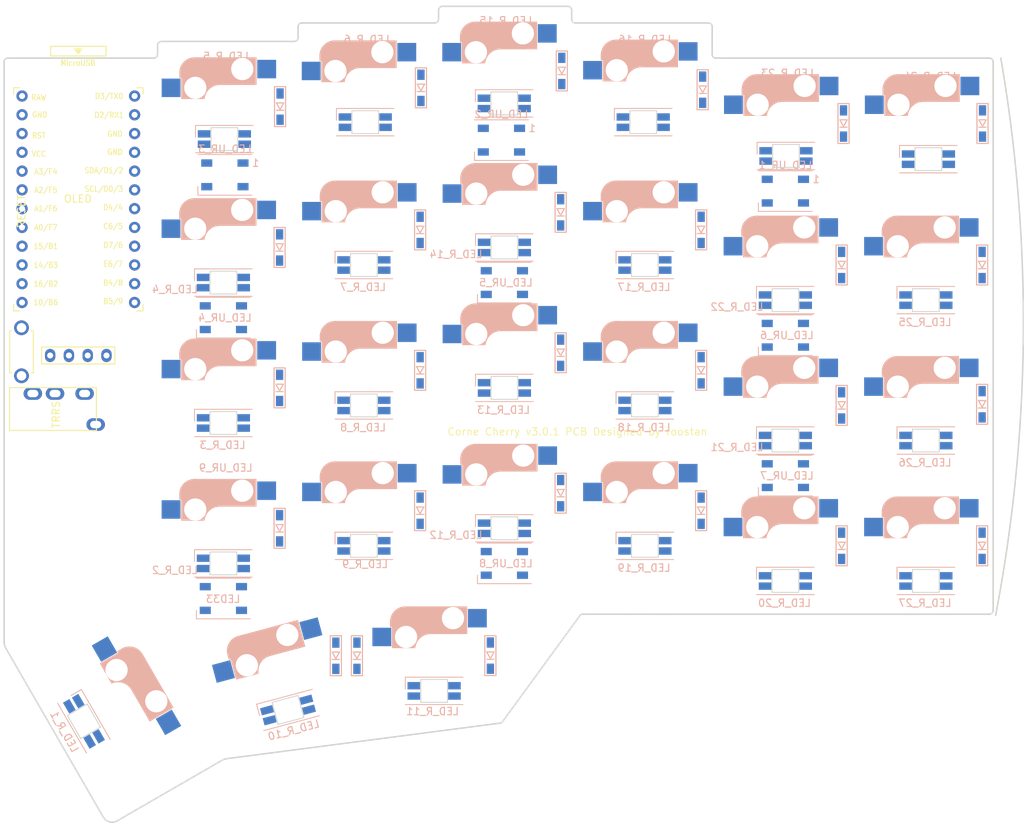
<source format=kicad_pcb>
(kicad_pcb (version 20171130) (host pcbnew "(5.1.12-1-10_14)")
  (title_block (title "Ganesha Cherry Right") (date 2021-12-02) (rev 1.0.0) (company "Eagle Beagle Ventures"))
  (layers (0 F.Cu signal) (31 B.Cu signal) (34 B.Paste user) (35 F.Paste user) (36 B.SilkS user) (37 F.SilkS user) (38 B.Mask user) (39 F.Mask user) (44 Edge.Cuts user))
  (net 0 "")
  (net 1 GND)
  (net 2 VCC)
  (net 3 row0_r)
  (net 4 row1_r)
  (net 5 row2_r)
  (net 6 row3_r)
  (net 7 data_r)
  (net 8 SDA_r)
  (net 9 SCL_r)
  (net 10 LED_r)
  (net 11 reset_r)
  (net 12 col0_r)
  (net 13 col1_r)
  (net 14 col2_r)
  (net 15 col3_r)
  (net 16 col4_r)
  (net 17 col5_r)
  (net 18 VDD)
  (net 19 GNDA)
  (net 20 "Net-(U2-Pad12)")
  (net 21 "Net-(U2-Pad13)")
  (net 22 "Net-(U2-Pad14)")
  (net 23 "Net-(U2-Pad24)")
  (net 24 "Net-(J3-PadA)")
  (net 25 "Net-(D_R1-Pad2)")
  (net 26 "Net-(D_R2-Pad2)")
  (net 27 "Net-(D_R3-Pad2)")
  (net 28 "Net-(D_R4-Pad2)")
  (net 29 "Net-(D_R5-Pad2)")
  (net 30 "Net-(D_R6-Pad2)")
  (net 31 "Net-(D_R7-Pad2)")
  (net 32 "Net-(D_R8-Pad2)")
  (net 33 "Net-(D_R9-Pad2)")
  (net 34 "Net-(D_R10-Pad2)")
  (net 35 "Net-(D_R11-Pad2)")
  (net 36 "Net-(D_R12-Pad2)")
  (net 37 "Net-(D_R13-Pad2)")
  (net 38 "Net-(D_R14-Pad2)")
  (net 39 "Net-(D_R15-Pad2)")
  (net 40 "Net-(D_R16-Pad2)")
  (net 41 "Net-(D_R17-Pad2)")
  (net 42 "Net-(D_R18-Pad2)")
  (net 43 "Net-(D_R19-Pad2)")
  (net 44 "Net-(D_R20-Pad2)")
  (net 45 "Net-(D_R21-Pad2)")
  (net 46 "Net-(D_R22-Pad2)")
  (net 47 "Net-(D_R23-Pad2)")
  (net 48 "Net-(D_R24-Pad2)")
  (net 49 "Net-(D_R25-Pad2)")
  (net 50 row4_r)
  (net 51 "Net-(D_R26-Pad2)")
  (net 52 "Net-(D_R27-Pad2)")
  (net 53 "Net-(LED_R_1-Pad2)")
  (net 54 "Net-(LED_R_1-Pad4)")
  (net 55 "Net-(LED_R_2-Pad2)")
  (net 56 "Net-(LED_R_3-Pad2)")
  (net 57 "Net-(LED_R_4-Pad2)")
  (net 58 "Net-(LED_R_5-Pad2)")
  (net 59 "Net-(LED_R_6-Pad2)")
  (net 60 "Net-(LED_R_7-Pad2)")
  (net 61 "Net-(LED_R_8-Pad2)")
  (net 62 "Net-(LED_R_10-Pad4)")
  (net 63 "Net-(LED_R_10-Pad2)")
  (net 64 "Net-(LED_R_11-Pad2)")
  (net 65 "Net-(LED_R_12-Pad2)")
  (net 66 "Net-(LED_R_13-Pad2)")
  (net 67 "Net-(LED_R_14-Pad2)")
  (net 68 "Net-(LED_R_15-Pad2)")
  (net 69 "Net-(LED_R_16-Pad2)")
  (net 70 "Net-(LED_R_17-Pad2)")
  (net 71 "Net-(LED_R_18-Pad2)")
  (net 72 "Net-(LED_R_19-Pad2)")
  (net 73 "Net-(LED_R_20-Pad2)")
  (net 74 "Net-(LED_R_21-Pad2)")
  (net 75 "Net-(LED_R_22-Pad2)")
  (net 76 "Net-(LED_R_23-Pad2)")
  (net 77 "Net-(LED_R_24-Pad2)")
  (net 78 "Net-(LED_R_25-Pad2)")
  (net 79 "Net-(LED_R_26-Pad2)")
  (net 80 "Net-(LED_R_27-Pad2)")
  (net 81 "Net-(LED_UR_1-Pad2)")
  (net 82 "Net-(LED_UR_2-Pad2)")
  (net 83 "Net-(LED_UR_3-Pad2)")
  (net 84 "Net-(LED_UR_4-Pad2)")
  (net 85 "Net-(LED_UR_5-Pad2)")
  (net 86 "Net-(LED_UR_6-Pad2)")
  (net 87 "Net-(LED_UR_7-Pad2)")
  (net 88 "Net-(LED_UR_8-Pad2)")
  (module kbd:CherryMX_Hotswap (layer F.Cu) (at 210.8285 113.653)
    (fp_text reference SW_R19 hide)
    (fp_text value SW_PUSH hide)
    (pad "" np_thru_hole circle (at 2.54 -5.08) (size 3 3) (drill 3) (layers *.Cu *.Mask))
    (pad "" np_thru_hole circle (at -3.81 -2.54) (size 3 3) (drill 3) (layers *.Cu *.Mask))
    (pad 2 smd rect (at 5.842 -5.08 180) (size 2.55 2.5) (layers B.Cu B.Paste B.Mask) (net 43 "Net-(D_R19-Pad2)"))
    (pad "" np_thru_hole circle (at -5.08 0) (size 1.9 1.9) (drill 1.9) (layers *.Cu *.Mask))
    (pad "" np_thru_hole circle (at 5.08 0) (size 1.9 1.9) (drill 1.9) (layers *.Cu *.Mask))
    (pad "" np_thru_hole circle (at 0 0 90) (size 4.1 4.1) (drill 4.1) (layers *.Cu *.Mask))
    (pad 1 smd rect (at -7.085 -2.54 180) (size 2.55 2.5) (layers B.Cu B.Paste B.Mask) (net 12 col0_r))
  )
  (module kbd:M2_HOLE_v2 (layer B.Cu) (at 103.0645 95.142 180)
    (fp_text reference Ref** hide)
    (fp_text value Val** hide)
    (pad "" np_thru_hole circle (at 0 0 180) (size 2.2 2.2) (drill 2.2) (layers *.Cu *.Mask))
  )
  (module kbd:M2_HOLE_v2 (layer B.Cu) (at 203.4015 94.003 180)
    (fp_text reference Ref** hide)
    (fp_text value Val** hide)
    (pad "" np_thru_hole circle (at 2.088 -10.1405 180) (size 4.3 4.3) (drill 4.3) (layers *.Cu *.Mask))
  )
  (module kbd:M2_HOLE_v2 (layer F.Cu) (at 125.3585 62.6535 180)
    (fp_text reference Ref** hide)
    (fp_text value Val** hide)
    (pad "" np_thru_hole circle (at 0 0 180) (size 4.3 4.3) (drill 4.3) (layers *.Cu *.Mask))
  )
  (module kbd:M2_HOLE_v2 (layer F.Cu) (at 201.3135 66.1435 180)
    (fp_text reference Ref** hide)
    (fp_text value Val** hide)
    (pad "" np_thru_hole circle (at 0 0 180) (size 4.3 4.3) (drill 4.3) (layers *.Cu *.Mask))
  )
  (module kbd:M2_HOLE_v2 (layer F.Cu) (at 158.1695 121.4085 180)
    (fp_text reference Ref** hide)
    (fp_text value Val** hide)
    (pad "" np_thru_hole circle (at 0 0 180) (size 4.3 4.3) (drill 4.3) (layers *.Cu *.Mask))
  )
  (module kbd:M2_HOLE_v2 (layer B.Cu) (at 88.6325 103.663 180)
    (fp_text reference Ref** hide)
    (fp_text value Val** hide)
    (pad "" np_thru_hole circle (at 0 0 180) (size 2.2 2.2) (drill 2.2) (layers *.Cu *.Mask))
  )
  (module kbd:M2_HOLE_v2 (layer F.Cu) (at 111.6035 129.023 180)
    (fp_text reference Ref** hide)
    (fp_text value Val** hide)
    (pad "" np_thru_hole circle (at 0 0 180) (size 4.3 4.3) (drill 4.3) (layers *.Cu *.Mask))
  )
  (module LED_SMD:LED_WS2812B_PLCC4_5.0x5.0mm_P3.2mm (layer B.Cu) (at 116.0215 63.458 180)
    (fp_text reference LED_UR_3 (at 0 3.5) (layer B.SilkS) (effects (justify mirror)))
    (fp_text value WS2812B)
    (fp_text user 1 (at -4.15 1.6) (layer B.SilkS) (effects (justify mirror)))
    (pad 3 smd rect (at 2.45 -1.6 180) (size 1.5 1) (layers B.Cu B.Paste B.Mask) (net 1 GND))
    (pad 4 smd rect (at 2.45 1.6 180) (size 1.5 1) (layers B.Cu B.Paste B.Mask) (net 82 "Net-(LED_UR_2-Pad2)"))
    (pad 2 smd rect (at -2.45 -1.6 180) (size 1.5 1) (layers B.Cu B.Paste B.Mask) (net 83 "Net-(LED_UR_3-Pad2)"))
    (pad 1 smd rect (at -2.45 1.6 180) (size 1.5 1) (layers B.Cu B.Paste B.Mask) (net 2 VCC))
  )
  (module LED_SMD:LED_WS2812B_PLCC4_5.0x5.0mm_P3.2mm (layer B.Cu) (at 153.4215 58.758 180)
    (fp_text reference LED_UR_2 (at 0 3.5) (layer B.SilkS) (effects (justify mirror)))
    (fp_text value WS2812B hide)
    (fp_text user 1 (at -4.15 1.6) (layer B.SilkS) (effects (justify mirror)))
    (pad 1 smd rect (at -2.45 1.6 180) (size 1.5 1) (layers B.Cu B.Paste B.Mask) (net 2 VCC))
    (pad 2 smd rect (at -2.45 -1.6 180) (size 1.5 1) (layers B.Cu B.Paste B.Mask) (net 82 "Net-(LED_UR_2-Pad2)"))
    (pad 4 smd rect (at 2.45 1.6 180) (size 1.5 1) (layers B.Cu B.Paste B.Mask) (net 81 "Net-(LED_UR_1-Pad2)"))
    (pad 3 smd rect (at 2.45 -1.6 180) (size 1.5 1) (layers B.Cu B.Paste B.Mask) (net 1 GND))
  )
  (module LED_SMD:LED_WS2812B_PLCC4_5.0x5.0mm_P3.2mm (layer B.Cu) (at 191.8215 65.658 180)
    (fp_text reference LED_UR_1 (at 0 3.5) (layer B.SilkS) (effects (justify mirror)))
    (fp_text value WS2812B)
    (fp_text user 1 (at -4.15 1.6) (layer B.SilkS) (effects (justify mirror)))
    (pad 1 smd rect (at -2.45 1.6 180) (size 1.5 1) (layers B.Cu B.Paste B.Mask) (net 2 VCC))
    (pad 2 smd rect (at -2.45 -1.6 180) (size 1.5 1) (layers B.Cu B.Paste B.Mask) (net 81 "Net-(LED_UR_1-Pad2)"))
    (pad 4 smd rect (at 2.45 1.6 180) (size 1.5 1) (layers B.Cu B.Paste B.Mask) (net 10 LED_r))
    (pad 3 smd rect (at 2.45 -1.6 180) (size 1.5 1) (layers B.Cu B.Paste B.Mask) (net 1 GND))
  )
  (module LED_SMD:LED_WS2812B_PLCC4_5.0x5.0mm_P3.2mm (layer B.Cu) (at 191.8215 85.158 180)
    (fp_text reference LED_UR_6 (at -0.2 -0.01) (layer B.SilkS) (effects (justify mirror)))
    (fp_text value WS2812B)
    (pad 1 smd rect (at -2.45 1.6 180) (size 1.5 1) (layers B.Cu B.Paste B.Mask) (net 2 VCC))
    (pad 2 smd rect (at -2.45 -1.6 180) (size 1.5 1) (layers B.Cu B.Paste B.Mask) (net 86 "Net-(LED_UR_6-Pad2)"))
    (pad 4 smd rect (at 2.45 1.6 180) (size 1.5 1) (layers B.Cu B.Paste B.Mask) (net 85 "Net-(LED_UR_5-Pad2)"))
    (pad 3 smd rect (at 2.45 -1.6 180) (size 1.5 1) (layers B.Cu B.Paste B.Mask) (net 1 GND))
  )
  (module LED_SMD:LED_WS2812B_PLCC4_5.0x5.0mm_P3.2mm (layer B.Cu) (at 153.8215 78.033 180)
    (fp_text reference LED_UR_5 (at -0.2 -0.01) (layer B.SilkS) (effects (justify mirror)))
    (fp_text value WS2812B)
    (pad 1 smd rect (at -2.45 1.6 180) (size 1.5 1) (layers B.Cu B.Paste B.Mask) (net 2 VCC))
    (pad 2 smd rect (at -2.45 -1.6 180) (size 1.5 1) (layers B.Cu B.Paste B.Mask) (net 85 "Net-(LED_UR_5-Pad2)"))
    (pad 4 smd rect (at 2.45 1.6 180) (size 1.5 1) (layers B.Cu B.Paste B.Mask) (net 84 "Net-(LED_UR_4-Pad2)"))
    (pad 3 smd rect (at 2.45 -1.6 180) (size 1.5 1) (layers B.Cu B.Paste B.Mask) (net 1 GND))
  )
  (module LED_SMD:LED_WS2812B_PLCC4_5.0x5.0mm_P3.2mm (layer B.Cu) (at 115.8215 82.783 180)
    (fp_text reference LED_UR_4 (at -0.2 -0.01) (layer B.SilkS) (effects (justify mirror)))
    (fp_text value WS2812B)
    (pad 1 smd rect (at -2.45 1.6 180) (size 1.5 1) (layers B.Cu B.Paste B.Mask) (net 2 VCC))
    (pad 2 smd rect (at -2.45 -1.6 180) (size 1.5 1) (layers B.Cu B.Paste B.Mask) (net 84 "Net-(LED_UR_4-Pad2)"))
    (pad 4 smd rect (at 2.45 1.6 180) (size 1.5 1) (layers B.Cu B.Paste B.Mask) (net 83 "Net-(LED_UR_3-Pad2)"))
    (pad 3 smd rect (at 2.45 -1.6 180) (size 1.5 1) (layers B.Cu B.Paste B.Mask) (net 1 GND))
  )
  (module LED_SMD:LED_WS2812B_PLCC4_5.0x5.0mm_P3.2mm (layer B.Cu) (at 191.8215 104.158 180)
    (fp_text reference LED_UR_7 (at -0.2 -0.01) (layer B.SilkS) (effects (justify mirror)))
    (fp_text value WS2812B)
    (pad 1 smd rect (at -2.45 1.6 180) (size 1.5 1) (layers B.Cu B.Paste B.Mask) (net 2 VCC))
    (pad 2 smd rect (at -2.45 -1.6 180) (size 1.5 1) (layers B.Cu B.Paste B.Mask) (net 87 "Net-(LED_UR_7-Pad2)"))
    (pad 4 smd rect (at 2.45 1.6 180) (size 1.5 1) (layers B.Cu B.Paste B.Mask) (net 86 "Net-(LED_UR_6-Pad2)"))
    (pad 3 smd rect (at 2.45 -1.6 180) (size 1.5 1) (layers B.Cu B.Paste B.Mask) (net 1 GND))
  )
  (module LED_SMD:LED_WS2812B_PLCC4_5.0x5.0mm_P3.2mm (layer B.Cu) (at 153.8215 116.033 180)
    (fp_text reference LED_UR_8 (at -0.2 -0.01) (layer B.SilkS) (effects (justify mirror)))
    (fp_text value WS2812B)
    (pad 1 smd rect (at -2.45 1.6 180) (size 1.5 1) (layers B.Cu B.Paste B.Mask) (net 2 VCC))
    (pad 2 smd rect (at -2.45 -1.6 180) (size 1.5 1) (layers B.Cu B.Paste B.Mask) (net 88 "Net-(LED_UR_8-Pad2)"))
    (pad 4 smd rect (at 2.45 1.6 180) (size 1.5 1) (layers B.Cu B.Paste B.Mask) (net 87 "Net-(LED_UR_7-Pad2)"))
    (pad 3 smd rect (at 2.45 -1.6 180) (size 1.5 1) (layers B.Cu B.Paste B.Mask) (net 1 GND))
  )
  (module LED_SMD:LED_WS2812B_PLCC4_5.0x5.0mm_P3.2mm (layer B.Cu) (at 115.8215 120.783 180)
    (fp_text reference LED_UR_9 (at -0.32 17.6875) (layer B.SilkS) (effects (justify mirror)))
    (fp_text value WS2812B)
    (fp_text user LED33 (at 0.04 -0.075) (layer B.SilkS) (effects (justify mirror)))
    (pad 1 smd rect (at -2.45 1.6 180) (size 1.5 1) (layers B.Cu B.Paste B.Mask) (net 2 VCC))
    (pad 2 smd rect (at -2.45 -1.6 180) (size 1.5 1) (layers B.Cu B.Paste B.Mask) (net 54 "Net-(LED_R_1-Pad4)"))
    (pad 4 smd rect (at 2.45 1.6 180) (size 1.5 1) (layers B.Cu B.Paste B.Mask) (net 88 "Net-(LED_UR_8-Pad2)"))
    (pad 3 smd rect (at 2.45 -1.6 180) (size 1.5 1) (layers B.Cu B.Paste B.Mask) (net 1 GND))
  )
  (module kbd:D3_SMD_v2 (layer B.Cu) (at 123.4855 54.222 90)
    (fp_text reference D_R6 hide)
    (fp_text value D hide)
    (pad 2 smd rect (at 1.775 0 90) (size 1.4 1) (layers B.Cu B.Paste B.Mask) (net 30 "Net-(D_R6-Pad2)"))
    (pad 1 smd rect (at -1.775 0 90) (size 1.4 1) (layers B.Cu B.Paste B.Mask) (net 3 row0_r))
  )
  (module kbd:D3_SMD_v2 (layer B.Cu) (at 142.5355 51.682 90)
    (fp_text reference D_R5 hide)
    (fp_text value D hide)
    (pad 2 smd rect (at 1.775 0 90) (size 1.4 1) (layers B.Cu B.Paste B.Mask) (net 29 "Net-(D_R5-Pad2)"))
    (pad 1 smd rect (at -1.775 0 90) (size 1.4 1) (layers B.Cu B.Paste B.Mask) (net 3 row0_r))
  )
  (module kbd:D3_SMD_v2 (layer B.Cu) (at 161.5855 49.396 90)
    (fp_text reference D_R4 hide)
    (fp_text value D hide)
    (pad 2 smd rect (at 1.775 0 90) (size 1.4 1) (layers B.Cu B.Paste B.Mask) (net 28 "Net-(D_R4-Pad2)"))
    (pad 1 smd rect (at -1.775 0 90) (size 1.4 1) (layers B.Cu B.Paste B.Mask) (net 3 row0_r))
  )
  (module kbd:D3_SMD_v2 (layer B.Cu) (at 180.6355 51.936 90)
    (fp_text reference D_R3 hide)
    (fp_text value D hide)
    (pad 2 smd rect (at 1.775 0 90) (size 1.4 1) (layers B.Cu B.Paste B.Mask) (net 27 "Net-(D_R3-Pad2)"))
    (pad 1 smd rect (at -1.775 0 90) (size 1.4 1) (layers B.Cu B.Paste B.Mask) (net 3 row0_r))
  )
  (module kbd:D3_SMD_v2 (layer B.Cu) (at 199.6855 56.508 90)
    (fp_text reference D_R2 hide)
    (fp_text value D hide)
    (pad 2 smd rect (at 1.775 0 90) (size 1.4 1) (layers B.Cu B.Paste B.Mask) (net 26 "Net-(D_R2-Pad2)"))
    (pad 1 smd rect (at -1.775 0 90) (size 1.4 1) (layers B.Cu B.Paste B.Mask) (net 3 row0_r))
  )
  (module kbd:D3_SMD_v2 (layer B.Cu) (at 218.4815 56.508 90)
    (fp_text reference D_R1 hide)
    (fp_text value D hide)
    (pad 2 smd rect (at 1.775 0 90) (size 1.4 1) (layers B.Cu B.Paste B.Mask) (net 25 "Net-(D_R1-Pad2)"))
    (pad 1 smd rect (at -1.775 0 90) (size 1.4 1) (layers B.Cu B.Paste B.Mask) (net 3 row0_r))
  )
  (module kbd:YS-SK6812MINI-E (layer B.Cu) (at 115.9555 58.612)
    (fp_text reference LED_R_5 (at 0.2 -11.2) (layer B.SilkS) (effects (justify mirror)))
    (fp_text value YS-SK6812MINI-E)
    (fp_line (start -1.8 1.55) (end -1.8 -1.55) (layer Edge.Cuts) (width 0.12))
    (fp_line (start -1.8 -1.55) (end 1.8 -1.55) (layer Edge.Cuts) (width 0.12))
    (fp_line (start 1.8 -1.55) (end 1.8 1.55) (layer Edge.Cuts) (width 0.12))
    (fp_line (start 1.8 1.55) (end -1.8 1.55) (layer Edge.Cuts) (width 0.12))
    (pad 4 smd rect (at -2.75 0.7) (size 1.7 1) (layers B.Cu B.Paste B.Mask) (net 57 "Net-(LED_R_4-Pad2)"))
    (pad 3 smd rect (at -2.75 -0.7) (size 1.7 1) (layers B.Cu B.Paste B.Mask) (net 1 GND))
    (pad 1 smd rect (at 2.75 0.7) (size 1.7 1) (layers B.Cu B.Paste B.Mask) (net 2 VCC))
    (pad 2 smd rect (at 2.75 -0.7) (size 1.7 1) (layers B.Cu B.Paste B.Mask) (net 58 "Net-(LED_R_5-Pad2)"))
  )
  (module kbd:YS-SK6812MINI-E (layer B.Cu) (at 135.0055 56.326)
    (fp_text reference LED_R_6 (at 0.2 -11.2) (layer B.SilkS) (effects (justify mirror)))
    (fp_text value YS-SK6812MINI-E)
    (fp_line (start -1.8 1.55) (end -1.8 -1.55) (layer Edge.Cuts) (width 0.12))
    (fp_line (start -1.8 -1.55) (end 1.8 -1.55) (layer Edge.Cuts) (width 0.12))
    (fp_line (start 1.8 -1.55) (end 1.8 1.55) (layer Edge.Cuts) (width 0.12))
    (fp_line (start 1.8 1.55) (end -1.8 1.55) (layer Edge.Cuts) (width 0.12))
    (pad 4 smd rect (at -2.75 0.7) (size 1.7 1) (layers B.Cu B.Paste B.Mask) (net 58 "Net-(LED_R_5-Pad2)"))
    (pad 3 smd rect (at -2.75 -0.7) (size 1.7 1) (layers B.Cu B.Paste B.Mask) (net 1 GND))
    (pad 1 smd rect (at 2.75 0.7) (size 1.7 1) (layers B.Cu B.Paste B.Mask) (net 2 VCC))
    (pad 2 smd rect (at 2.75 -0.7) (size 1.7 1) (layers B.Cu B.Paste B.Mask) (net 59 "Net-(LED_R_6-Pad2)"))
  )
  (module kbd:YS-SK6812MINI-E (layer B.Cu) (at 153.8015 53.786)
    (fp_text reference LED_R_15 (at 0.2 -11.2) (layer B.SilkS) (effects (justify mirror)))
    (fp_text value YS-SK6812MINI-E)
    (fp_line (start -1.8 1.55) (end -1.8 -1.55) (layer Edge.Cuts) (width 0.12))
    (fp_line (start -1.8 -1.55) (end 1.8 -1.55) (layer Edge.Cuts) (width 0.12))
    (fp_line (start 1.8 -1.55) (end 1.8 1.55) (layer Edge.Cuts) (width 0.12))
    (fp_line (start 1.8 1.55) (end -1.8 1.55) (layer Edge.Cuts) (width 0.12))
    (pad 4 smd rect (at -2.75 0.7) (size 1.7 1) (layers B.Cu B.Paste B.Mask) (net 67 "Net-(LED_R_14-Pad2)"))
    (pad 3 smd rect (at -2.75 -0.7) (size 1.7 1) (layers B.Cu B.Paste B.Mask) (net 1 GND))
    (pad 1 smd rect (at 2.75 0.7) (size 1.7 1) (layers B.Cu B.Paste B.Mask) (net 2 VCC))
    (pad 2 smd rect (at 2.75 -0.7) (size 1.7 1) (layers B.Cu B.Paste B.Mask) (net 68 "Net-(LED_R_15-Pad2)"))
  )
  (module kbd:YS-SK6812MINI-E (layer B.Cu) (at 172.5975 56.326)
    (fp_text reference LED_R_16 (at 0.2 -11.2) (layer B.SilkS) (effects (justify mirror)))
    (fp_text value YS-SK6812MINI-E)
    (fp_line (start -1.8 1.55) (end -1.8 -1.55) (layer Edge.Cuts) (width 0.12))
    (fp_line (start -1.8 -1.55) (end 1.8 -1.55) (layer Edge.Cuts) (width 0.12))
    (fp_line (start 1.8 -1.55) (end 1.8 1.55) (layer Edge.Cuts) (width 0.12))
    (fp_line (start 1.8 1.55) (end -1.8 1.55) (layer Edge.Cuts) (width 0.12))
    (pad 4 smd rect (at -2.75 0.7) (size 1.7 1) (layers B.Cu B.Paste B.Mask) (net 68 "Net-(LED_R_15-Pad2)"))
    (pad 3 smd rect (at -2.75 -0.7) (size 1.7 1) (layers B.Cu B.Paste B.Mask) (net 1 GND))
    (pad 1 smd rect (at 2.75 0.7) (size 1.7 1) (layers B.Cu B.Paste B.Mask) (net 2 VCC))
    (pad 2 smd rect (at 2.75 -0.7) (size 1.7 1) (layers B.Cu B.Paste B.Mask) (net 69 "Net-(LED_R_16-Pad2)"))
  )
  (module kbd:YS-SK6812MINI-E (layer B.Cu) (at 191.9015 60.898)
    (fp_text reference LED_R_23 (at 0.2 -11.2) (layer B.SilkS) (effects (justify mirror)))
    (fp_text value YS-SK6812MINI-E)
    (fp_line (start -1.8 1.55) (end -1.8 -1.55) (layer Edge.Cuts) (width 0.12))
    (fp_line (start -1.8 -1.55) (end 1.8 -1.55) (layer Edge.Cuts) (width 0.12))
    (fp_line (start 1.8 -1.55) (end 1.8 1.55) (layer Edge.Cuts) (width 0.12))
    (fp_line (start 1.8 1.55) (end -1.8 1.55) (layer Edge.Cuts) (width 0.12))
    (pad 4 smd rect (at -2.75 0.7) (size 1.7 1) (layers B.Cu B.Paste B.Mask) (net 75 "Net-(LED_R_22-Pad2)"))
    (pad 3 smd rect (at -2.75 -0.7) (size 1.7 1) (layers B.Cu B.Paste B.Mask) (net 1 GND))
    (pad 1 smd rect (at 2.75 0.7) (size 1.7 1) (layers B.Cu B.Paste B.Mask) (net 2 VCC))
    (pad 2 smd rect (at 2.75 -0.7) (size 1.7 1) (layers B.Cu B.Paste B.Mask) (net 76 "Net-(LED_R_23-Pad2)"))
  )
  (module kbd:YS-SK6812MINI-E (layer B.Cu) (at 211.1655 61.334)
    (fp_text reference LED_R_24 (at 0.2 -11.2) (layer B.SilkS) (effects (justify mirror)))
    (fp_text value YS-SK6812MINI-E)
    (fp_line (start -1.8 1.55) (end -1.8 -1.55) (layer Edge.Cuts) (width 0.12))
    (fp_line (start -1.8 -1.55) (end 1.8 -1.55) (layer Edge.Cuts) (width 0.12))
    (fp_line (start 1.8 -1.55) (end 1.8 1.55) (layer Edge.Cuts) (width 0.12))
    (fp_line (start 1.8 1.55) (end -1.8 1.55) (layer Edge.Cuts) (width 0.12))
    (pad 2 smd rect (at 2.75 -0.7) (size 1.7 1) (layers B.Cu B.Paste B.Mask) (net 77 "Net-(LED_R_24-Pad2)"))
    (pad 1 smd rect (at 2.75 0.7) (size 1.7 1) (layers B.Cu B.Paste B.Mask) (net 2 VCC))
    (pad 3 smd rect (at -2.75 -0.7) (size 1.7 1) (layers B.Cu B.Paste B.Mask) (net 1 GND))
    (pad 4 smd rect (at -2.75 0.7) (size 1.7 1) (layers B.Cu B.Paste B.Mask) (net 76 "Net-(LED_R_23-Pad2)"))
  )
  (module kbd:CherryMX_Hotswap (layer F.Cu) (at 115.8355 54.222)
    (fp_text reference SW_R6 hide)
    (fp_text value SW_PUSH hide)
    (pad "" np_thru_hole circle (at 2.54 -5.08) (size 3 3) (drill 3) (layers *.Cu *.Mask))
    (pad "" np_thru_hole circle (at -3.81 -2.54) (size 3 3) (drill 3) (layers *.Cu *.Mask))
    (pad 2 smd rect (at 5.842 -5.08 180) (size 2.55 2.5) (layers B.Cu B.Paste B.Mask) (net 30 "Net-(D_R6-Pad2)"))
    (pad "" np_thru_hole circle (at -5.08 0) (size 1.9 1.9) (drill 1.9) (layers *.Cu *.Mask))
    (pad "" np_thru_hole circle (at 5.08 0) (size 1.9 1.9) (drill 1.9) (layers *.Cu *.Mask))
    (pad "" np_thru_hole circle (at 0 0 90) (size 4.1 4.1) (drill 4.1) (layers *.Cu *.Mask))
    (pad 1 smd rect (at -7.085 -2.54 180) (size 2.55 2.5) (layers B.Cu B.Paste B.Mask) (net 17 col5_r))
  )
  (module kbd:CherryMX_Hotswap (layer F.Cu) (at 134.7815 51.936)
    (fp_text reference SW_R5 hide)
    (fp_text value SW_PUSH hide)
    (pad "" np_thru_hole circle (at 2.54 -5.08) (size 3 3) (drill 3) (layers *.Cu *.Mask))
    (pad "" np_thru_hole circle (at -3.81 -2.54) (size 3 3) (drill 3) (layers *.Cu *.Mask))
    (pad 2 smd rect (at 5.842 -5.08 180) (size 2.55 2.5) (layers B.Cu B.Paste B.Mask) (net 29 "Net-(D_R5-Pad2)"))
    (pad "" np_thru_hole circle (at -5.08 0) (size 1.9 1.9) (drill 1.9) (layers *.Cu *.Mask))
    (pad "" np_thru_hole circle (at 5.08 0) (size 1.9 1.9) (drill 1.9) (layers *.Cu *.Mask))
    (pad "" np_thru_hole circle (at 0 0 90) (size 4.1 4.1) (drill 4.1) (layers *.Cu *.Mask))
    (pad 1 smd rect (at -7.085 -2.54 180) (size 2.55 2.5) (layers B.Cu B.Paste B.Mask) (net 16 col4_r))
  )
  (module kbd:CherryMX_Hotswap (layer F.Cu) (at 153.7815 49.396)
    (fp_text reference SW_R4 hide)
    (fp_text value SW_PUSH hide)
    (pad "" np_thru_hole circle (at 2.54 -5.08) (size 3 3) (drill 3) (layers *.Cu *.Mask))
    (pad "" np_thru_hole circle (at -3.81 -2.54) (size 3 3) (drill 3) (layers *.Cu *.Mask))
    (pad 2 smd rect (at 5.842 -5.08 180) (size 2.55 2.5) (layers B.Cu B.Paste B.Mask) (net 28 "Net-(D_R4-Pad2)"))
    (pad "" np_thru_hole circle (at -5.08 0) (size 1.9 1.9) (drill 1.9) (layers *.Cu *.Mask))
    (pad "" np_thru_hole circle (at 5.08 0) (size 1.9 1.9) (drill 1.9) (layers *.Cu *.Mask))
    (pad "" np_thru_hole circle (at 0 0 90) (size 4.1 4.1) (drill 4.1) (layers *.Cu *.Mask))
    (pad 1 smd rect (at -7.085 -2.54 180) (size 2.55 2.5) (layers B.Cu B.Paste B.Mask) (net 15 col3_r))
  )
  (module kbd:CherryMX_Hotswap (layer F.Cu) (at 172.8315 51.832)
    (fp_text reference SW_R3 hide)
    (fp_text value SW_PUSH hide)
    (pad "" np_thru_hole circle (at 2.54 -5.08) (size 3 3) (drill 3) (layers *.Cu *.Mask))
    (pad "" np_thru_hole circle (at -3.81 -2.54) (size 3 3) (drill 3) (layers *.Cu *.Mask))
    (pad 2 smd rect (at 5.842 -5.08 180) (size 2.55 2.5) (layers B.Cu B.Paste B.Mask) (net 27 "Net-(D_R3-Pad2)"))
    (pad "" np_thru_hole circle (at -5.08 0) (size 1.9 1.9) (drill 1.9) (layers *.Cu *.Mask))
    (pad "" np_thru_hole circle (at 5.08 0) (size 1.9 1.9) (drill 1.9) (layers *.Cu *.Mask))
    (pad "" np_thru_hole circle (at 0 0 90) (size 4.1 4.1) (drill 4.1) (layers *.Cu *.Mask))
    (pad 1 smd rect (at -7.085 -2.54 180) (size 2.55 2.5) (layers B.Cu B.Paste B.Mask) (net 14 col2_r))
  )
  (module kbd:CherryMX_Hotswap (layer F.Cu) (at 191.8815 56.508)
    (fp_text reference SW_R2 hide)
    (fp_text value SW_PUSH hide)
    (pad "" np_thru_hole circle (at 2.54 -5.08) (size 3 3) (drill 3) (layers *.Cu *.Mask))
    (pad "" np_thru_hole circle (at -3.81 -2.54) (size 3 3) (drill 3) (layers *.Cu *.Mask))
    (pad 2 smd rect (at 5.842 -5.08 180) (size 2.55 2.5) (layers B.Cu B.Paste B.Mask) (net 26 "Net-(D_R2-Pad2)"))
    (pad "" np_thru_hole circle (at -5.08 0) (size 1.9 1.9) (drill 1.9) (layers *.Cu *.Mask))
    (pad "" np_thru_hole circle (at 5.08 0) (size 1.9 1.9) (drill 1.9) (layers *.Cu *.Mask))
    (pad "" np_thru_hole circle (at 0 0 90) (size 4.1 4.1) (drill 4.1) (layers *.Cu *.Mask))
    (pad 1 smd rect (at -7.085 -2.54 180) (size 2.55 2.5) (layers B.Cu B.Paste B.Mask) (net 13 col1_r))
  )
  (module kbd:CherryMX_Hotswap (layer F.Cu) (at 210.9315 56.508)
    (fp_text reference SW_R1 hide)
    (fp_text value SW_PUSH hide)
    (pad "" np_thru_hole circle (at 2.54 -5.08) (size 3 3) (drill 3) (layers *.Cu *.Mask))
    (pad "" np_thru_hole circle (at -3.81 -2.54) (size 3 3) (drill 3) (layers *.Cu *.Mask))
    (pad 2 smd rect (at 5.842 -5.08 180) (size 2.55 2.5) (layers B.Cu B.Paste B.Mask) (net 25 "Net-(D_R1-Pad2)"))
    (pad "" np_thru_hole circle (at -5.08 0) (size 1.9 1.9) (drill 1.9) (layers *.Cu *.Mask))
    (pad "" np_thru_hole circle (at 5.08 0) (size 1.9 1.9) (drill 1.9) (layers *.Cu *.Mask))
    (pad "" np_thru_hole circle (at 0 0 90) (size 4.1 4.1) (drill 4.1) (layers *.Cu *.Mask))
    (pad 1 smd rect (at -7.085 -2.54 180) (size 2.55 2.5) (layers B.Cu B.Paste B.Mask) (net 12 col0_r))
  )
  (module kbd:ProMicro_v3 (layer F.Cu) (at 96.2015 67.268)
    (fp_text reference U2 hide)
    (fp_text value ProMicro hide)
    (fp_text user RAW (at -5.3355 -14.278 unlocked) (layer F.SilkS) (effects (font (size 0.75 0.67) (thickness 0.125))))
    (fp_text user GND (at 4.955 -6.9 unlocked) (layer F.SilkS) (effects (font (size 0.75 0.67) (thickness 0.125))))
    (fp_text user RST (at -5.3355 -9.1345 unlocked) (layer F.SilkS) (effects (font (size 0.75 0.67) (thickness 0.125))))
    (fp_text user VCC (at -5.3355 -6.658 unlocked) (layer F.SilkS) (effects (font (size 0.75 0.67) (thickness 0.125))))
    (fp_text user A3/F4 (at -4.395 -4.25 unlocked) (layer F.SilkS) (effects (font (size 0.75 0.67) (thickness 0.125))))
    (fp_text user A2/F5 (at -4.395 -1.75 unlocked) (layer F.SilkS) (effects (font (size 0.75 0.67) (thickness 0.125))))
    (fp_text user A1/F6 (at -4.395 0.75 unlocked) (layer F.SilkS) (effects (font (size 0.75 0.67) (thickness 0.125))))
    (fp_text user A0/F7 (at -4.395 3.3 unlocked) (layer F.SilkS) (effects (font (size 0.75 0.67) (thickness 0.125))))
    (fp_text user 15/B1 (at -4.395 5.85 unlocked) (layer F.SilkS) (effects (font (size 0.75 0.67) (thickness 0.125))))
    (fp_text user 14/B3 (at -4.395 8.4 unlocked) (layer F.SilkS) (effects (font (size 0.75 0.67) (thickness 0.125))))
    (fp_text user 10/B6 (at -4.395 13.45 unlocked) (layer F.SilkS) (effects (font (size 0.75 0.67) (thickness 0.125))))
    (fp_text user 16/B2 (at -4.395 10.95 unlocked) (layer F.SilkS) (effects (font (size 0.75 0.67) (thickness 0.125))))
    (fp_text user E6/7 (at 4.705 8.25 unlocked) (layer F.SilkS) (effects (font (size 0.75 0.67) (thickness 0.125))))
    (fp_text user D7/6 (at 4.705 5.7 unlocked) (layer F.SilkS) (effects (font (size 0.75 0.67) (thickness 0.125))))
    (fp_text user GND (at 4.955 -9.35 unlocked) (layer F.SilkS) (effects (font (size 0.75 0.67) (thickness 0.125))))
    (fp_text user GND (at 4.955 -6.9 unlocked) (layer F.SilkS) (effects (font (size 0.75 0.67) (thickness 0.125))))
    (fp_text user D3/TX0 (at 4.155 -14.45 unlocked) (layer F.SilkS) (effects (font (size 0.75 0.67) (thickness 0.125))))
    (fp_text user D4/4 (at 4.705 0.6 unlocked) (layer F.SilkS) (effects (font (size 0.75 0.67) (thickness 0.125))))
    (fp_text user SDA/D1/2 (at 3.455 -4.4 unlocked) (layer F.SilkS) (effects (font (size 0.75 0.67) (thickness 0.125))))
    (fp_text user SCL/D0/3 (at 3.455 -1.9 unlocked) (layer F.SilkS) (effects (font (size 0.75 0.67) (thickness 0.125))))
    (fp_text user C6/5 (at 4.705 3.15 unlocked) (layer F.SilkS) (effects (font (size 0.75 0.67) (thickness 0.125))))
    (fp_text user B5/9 (at 4.705 13.3 unlocked) (layer F.SilkS) (effects (font (size 0.75 0.67) (thickness 0.125))))
    (fp_text user D2/RX1 (at 4.155 -11.9 unlocked) (layer F.SilkS) (effects (font (size 0.75 0.67) (thickness 0.125))))
    (fp_text user B4/8 (at 4.705 10.8 unlocked) (layer F.SilkS) (effects (font (size 0.75 0.67) (thickness 0.125))))
    (fp_text user MicroUSB (at -0.05 -18.95) (layer F.SilkS) (effects (font (size 0.75 0.67) (thickness 0.125))))
    (fp_text user MicroUSB (at -0.05 -18.95) (layer F.SilkS) (effects (font (size 0.75 0.67) (thickness 0.125))))
    (fp_text user GND (at -5.22 -11.94) (layer F.SilkS) (effects (font (size 0.75 0.67) (thickness 0.125))))
    (pad 24 thru_hole circle (at -7.6086 -14.478) (size 1.524 1.524) (drill 0.8128) (layers *.Cu B.Mask) (net 23 "Net-(U2-Pad24)"))
    (pad 23 thru_hole circle (at -7.6086 -11.938) (size 1.524 1.524) (drill 0.8128) (layers *.Cu B.Mask) (net 19 GNDA))
    (pad 22 thru_hole circle (at -7.6086 -9.398) (size 1.524 1.524) (drill 0.8128) (layers *.Cu B.Mask) (net 11 reset_r))
    (pad 21 thru_hole circle (at -7.6086 -6.858) (size 1.524 1.524) (drill 0.8128) (layers *.Cu B.Mask) (net 18 VDD))
    (pad 20 thru_hole circle (at -7.6086 -4.318) (size 1.524 1.524) (drill 0.8128) (layers *.Cu B.Mask) (net 12 col0_r))
    (pad 19 thru_hole circle (at -7.6086 -1.778) (size 1.524 1.524) (drill 0.8128) (layers *.Cu B.Mask) (net 13 col1_r))
    (pad 18 thru_hole circle (at -7.6086 0.762) (size 1.524 1.524) (drill 0.8128) (layers *.Cu B.Mask) (net 14 col2_r))
    (pad 17 thru_hole circle (at -7.6086 3.302) (size 1.524 1.524) (drill 0.8128) (layers *.Cu B.Mask) (net 15 col3_r))
    (pad 16 thru_hole circle (at -7.6086 5.842) (size 1.524 1.524) (drill 0.8128) (layers *.Cu B.Mask) (net 16 col4_r))
    (pad 15 thru_hole circle (at -7.6086 8.382) (size 1.524 1.524) (drill 0.8128) (layers *.Cu B.Mask) (net 17 col5_r))
    (pad 14 thru_hole circle (at -7.6086 10.922) (size 1.524 1.524) (drill 0.8128) (layers *.Cu B.Mask) (net 22 "Net-(U2-Pad14)"))
    (pad 13 thru_hole circle (at -7.6086 13.462) (size 1.524 1.524) (drill 0.8128) (layers *.Cu B.Mask) (net 21 "Net-(U2-Pad13)"))
    (pad 12 thru_hole circle (at 7.6114 13.462) (size 1.524 1.524) (drill 0.8128) (layers *.Cu B.Mask) (net 20 "Net-(U2-Pad12)"))
    (pad 11 thru_hole circle (at 7.6114 10.922) (size 1.524 1.524) (drill 0.8128) (layers *.Cu B.Mask) (net 50 row4_r))
    (pad 10 thru_hole circle (at 7.6114 8.382) (size 1.524 1.524) (drill 0.8128) (layers *.Cu B.Mask) (net 6 row3_r))
    (pad 9 thru_hole circle (at 7.6114 5.842) (size 1.524 1.524) (drill 0.8128) (layers *.Cu B.Mask) (net 5 row2_r))
    (pad 8 thru_hole circle (at 7.6114 3.302) (size 1.524 1.524) (drill 0.8128) (layers *.Cu B.Mask) (net 4 row1_r))
    (pad 7 thru_hole circle (at 7.6114 0.762) (size 1.524 1.524) (drill 0.8128) (layers *.Cu B.Mask) (net 3 row0_r))
    (pad 6 thru_hole circle (at 7.6114 -1.778) (size 1.524 1.524) (drill 0.8128) (layers *.Cu B.Mask) (net 9 SCL_r))
    (pad 5 thru_hole circle (at 7.6114 -4.318) (size 1.524 1.524) (drill 0.8128) (layers *.Cu B.Mask) (net 8 SDA_r))
    (pad 4 thru_hole circle (at 7.6114 -6.858) (size 1.524 1.524) (drill 0.8128) (layers *.Cu B.Mask) (net 19 GNDA))
    (pad 3 thru_hole circle (at 7.6114 -9.398) (size 1.524 1.524) (drill 0.8128) (layers *.Cu B.Mask) (net 19 GNDA))
    (pad 2 thru_hole circle (at 7.6114 -11.938) (size 1.524 1.524) (drill 0.8128) (layers *.Cu B.Mask) (net 7 data_r))
    (pad 1 thru_hole circle (at 7.6114 -14.478) (size 1.524 1.524) (drill 0.8128) (layers *.Cu B.Mask) (net 10 LED_r))
  )
  (module kbd:ResetSW_1side (layer F.Cu) (at 88.5185 87.4 270)
    (fp_text reference RSW2 hide)
    (fp_text value SW_PUSH)
    (fp_text user RESET (at -19 0 90) (layer F.SilkS))
    (pad 2 thru_hole circle (at -3.25 0 270) (size 2 2) (drill 1.3) (layers *.Cu B.Mask) (net 19 GNDA))
    (pad 1 thru_hole circle (at 3.25 0 270) (size 2 2) (drill 1.3) (layers *.Cu B.Mask) (net 11 reset_r))
  )
  (module kbd:OLED_1side (layer F.Cu) (at 92.3915 87.898)
    (fp_text reference J4)
    (fp_text value OLED hide)
    (fp_text user OLED (at 3.75 -21.19) (layer F.SilkS))
    (pad 4 thru_hole oval (at 7.62 0) (size 1.397 1.778) (drill 0.8128) (layers *.Cu B.Mask) (net 19 GNDA))
    (pad 3 thru_hole oval (at 5.08 0) (size 1.397 1.778) (drill 0.8128) (layers *.Cu B.Mask) (net 18 VDD))
    (pad 2 thru_hole oval (at 2.54 0) (size 1.397 1.778) (drill 0.8128) (layers *.Cu B.Mask) (net 9 SCL_r))
    (pad 1 thru_hole oval (at 0 0) (size 1.397 1.778) (drill 0.8128) (layers *.Cu B.Mask) (net 8 SDA_r))
  )
  (module kbd:MJ-4PP-9_1side (layer F.Cu) (at 86.7515 95.148 90)
    (fp_text reference J3)
    (fp_text value MJ-4PP-9 hide)
    (fp_text user TRRS (at -0.75 6.45 90) (layer F.SilkS))
    (pad A thru_hole oval (at -2.1 11.8 90) (size 1.7 2.5) (drill oval 1 1.5) (layers *.Cu B.Mask) (net 24 "Net-(J3-PadA)") (clearance 0.15))
    (pad D thru_hole oval (at 2.1 10.3 90) (size 1.7 2.5) (drill oval 1 1.5) (layers *.Cu B.Mask) (net 18 VDD) (clearance 0.15))
    (pad C thru_hole oval (at 2.1 6.3 90) (size 1.7 2.5) (drill oval 1 1.5) (layers *.Cu B.Mask) (net 19 GNDA))
    (pad B thru_hole oval (at 2.1 3.3 90) (size 1.7 2.5) (drill oval 1 1.5) (layers *.Cu B.Mask) (net 7 data_r))
    (pad "" np_thru_hole circle (at 0 8.5 90) (size 1.2 1.2) (drill 1.2) (layers *.Cu *.Mask))
    (pad "" np_thru_hole circle (at 0 1.5 90) (size 1.2 1.2) (drill 1.2) (layers *.Cu *.Mask))
  )
  (module kbd:CherryMX_Hotswap_1.5u (layer F.Cu) (at 101.0785 135.028 300)
    (fp_text reference SW_R27 hide)
    (fp_text value SW_PUSH hide)
    (pad "" np_thru_hole circle (at 2.54 -5.08 300) (size 3 3) (drill 3) (layers *.Cu *.Mask))
    (pad "" np_thru_hole circle (at -3.81 -2.54 300) (size 3 3) (drill 3) (layers *.Cu *.Mask))
    (pad 2 smd rect (at 5.842 -5.08 120) (size 2.55 2.5) (layers B.Cu B.Paste B.Mask) (net 52 "Net-(D_R27-Pad2)"))
    (pad "" np_thru_hole circle (at -5.08 0 300) (size 1.9 1.9) (drill 1.9) (layers *.Cu *.Mask))
    (pad "" np_thru_hole circle (at 5.08 0 300) (size 1.9 1.9) (drill 1.9) (layers *.Cu *.Mask))
    (pad "" np_thru_hole circle (at 0 0 30) (size 4.1 4.1) (drill 4.1) (layers *.Cu *.Mask))
    (pad 1 smd rect (at -7.085 -2.54 120) (size 2.55 2.5) (layers B.Cu B.Paste B.Mask) (net 16 col4_r))
  )
  (module kbd:YS-SK6812MINI-E (layer B.Cu) (at 153.8215 92.283)
    (fp_text reference LED_R_13 (at -0.12 2.9875) (layer B.SilkS) (effects (justify mirror)))
    (fp_text value YS-SK6812MINI-E)
    (fp_line (start -1.8 1.55) (end -1.8 -1.55) (layer Edge.Cuts) (width 0.12))
    (fp_line (start -1.8 -1.55) (end 1.8 -1.55) (layer Edge.Cuts) (width 0.12))
    (fp_line (start 1.8 -1.55) (end 1.8 1.55) (layer Edge.Cuts) (width 0.12))
    (fp_line (start 1.8 1.55) (end -1.8 1.55) (layer Edge.Cuts) (width 0.12))
    (pad 2 smd rect (at 2.75 -0.7) (size 1.7 1) (layers B.Cu B.Paste B.Mask) (net 66 "Net-(LED_R_13-Pad2)"))
    (pad 1 smd rect (at 2.75 0.7) (size 1.7 1) (layers B.Cu B.Paste B.Mask) (net 2 VCC))
    (pad 3 smd rect (at -2.75 -0.7) (size 1.7 1) (layers B.Cu B.Paste B.Mask) (net 1 GND))
    (pad 4 smd rect (at -2.75 0.7) (size 1.7 1) (layers B.Cu B.Paste B.Mask) (net 65 "Net-(LED_R_12-Pad2)"))
  )
  (module kbd:YS-SK6812MINI-E (layer B.Cu) (at 134.8215 94.658)
    (fp_text reference LED_R_8 (at -0.12 2.9875) (layer B.SilkS) (effects (justify mirror)))
    (fp_text value YS-SK6812MINI-E)
    (fp_line (start -1.8 1.55) (end -1.8 -1.55) (layer Edge.Cuts) (width 0.12))
    (fp_line (start -1.8 -1.55) (end 1.8 -1.55) (layer Edge.Cuts) (width 0.12))
    (fp_line (start 1.8 -1.55) (end 1.8 1.55) (layer Edge.Cuts) (width 0.12))
    (fp_line (start 1.8 1.55) (end -1.8 1.55) (layer Edge.Cuts) (width 0.12))
    (pad 2 smd rect (at 2.75 -0.7) (size 1.7 1) (layers B.Cu B.Paste B.Mask) (net 61 "Net-(LED_R_8-Pad2)"))
    (pad 1 smd rect (at 2.75 0.7) (size 1.7 1) (layers B.Cu B.Paste B.Mask) (net 2 VCC))
    (pad 3 smd rect (at -2.75 -0.7) (size 1.7 1) (layers B.Cu B.Paste B.Mask) (net 1 GND))
    (pad 4 smd rect (at -2.75 0.7) (size 1.7 1) (layers B.Cu B.Paste B.Mask) (net 60 "Net-(LED_R_7-Pad2)"))
  )
  (module kbd:YS-SK6812MINI-E (layer B.Cu) (at 115.8215 97.033)
    (fp_text reference LED_R_3 (at -0.12 2.9875) (layer B.SilkS) (effects (justify mirror)))
    (fp_text value YS-SK6812MINI-E)
    (fp_line (start -1.8 1.55) (end -1.8 -1.55) (layer Edge.Cuts) (width 0.12))
    (fp_line (start -1.8 -1.55) (end 1.8 -1.55) (layer Edge.Cuts) (width 0.12))
    (fp_line (start 1.8 -1.55) (end 1.8 1.55) (layer Edge.Cuts) (width 0.12))
    (fp_line (start 1.8 1.55) (end -1.8 1.55) (layer Edge.Cuts) (width 0.12))
    (pad 2 smd rect (at 2.75 -0.7) (size 1.7 1) (layers B.Cu B.Paste B.Mask) (net 56 "Net-(LED_R_3-Pad2)"))
    (pad 1 smd rect (at 2.75 0.7) (size 1.7 1) (layers B.Cu B.Paste B.Mask) (net 2 VCC))
    (pad 3 smd rect (at -2.75 -0.7) (size 1.7 1) (layers B.Cu B.Paste B.Mask) (net 1 GND))
    (pad 4 smd rect (at -2.75 0.7) (size 1.7 1) (layers B.Cu B.Paste B.Mask) (net 55 "Net-(LED_R_2-Pad2)"))
  )
  (module kbd:YS-SK6812MINI-E (layer B.Cu) (at 210.8215 118.408)
    (fp_text reference LED_R_27 (at -0.12 2.9875) (layer B.SilkS) (effects (justify mirror)))
    (fp_text value YS-SK6812MINI-E)
    (fp_line (start -1.8 1.55) (end -1.8 -1.55) (layer Edge.Cuts) (width 0.12))
    (fp_line (start -1.8 -1.55) (end 1.8 -1.55) (layer Edge.Cuts) (width 0.12))
    (fp_line (start 1.8 -1.55) (end 1.8 1.55) (layer Edge.Cuts) (width 0.12))
    (fp_line (start 1.8 1.55) (end -1.8 1.55) (layer Edge.Cuts) (width 0.12))
    (pad 2 smd rect (at 2.75 -0.7) (size 1.7 1) (layers B.Cu B.Paste B.Mask) (net 80 "Net-(LED_R_27-Pad2)"))
    (pad 1 smd rect (at 2.75 0.7) (size 1.7 1) (layers B.Cu B.Paste B.Mask) (net 2 VCC))
    (pad 3 smd rect (at -2.75 -0.7) (size 1.7 1) (layers B.Cu B.Paste B.Mask) (net 1 GND))
    (pad 4 smd rect (at -2.75 0.7) (size 1.7 1) (layers B.Cu B.Paste B.Mask) (net 79 "Net-(LED_R_26-Pad2)"))
  )
  (module kbd:YS-SK6812MINI-E (layer B.Cu) (at 191.8215 118.408)
    (fp_text reference LED_R_20 (at -0.12 2.9875) (layer B.SilkS) (effects (justify mirror)))
    (fp_text value YS-SK6812MINI-E)
    (fp_line (start -1.8 1.55) (end -1.8 -1.55) (layer Edge.Cuts) (width 0.12))
    (fp_line (start -1.8 -1.55) (end 1.8 -1.55) (layer Edge.Cuts) (width 0.12))
    (fp_line (start 1.8 -1.55) (end 1.8 1.55) (layer Edge.Cuts) (width 0.12))
    (fp_line (start 1.8 1.55) (end -1.8 1.55) (layer Edge.Cuts) (width 0.12))
    (pad 2 smd rect (at 2.75 -0.7) (size 1.7 1) (layers B.Cu B.Paste B.Mask) (net 73 "Net-(LED_R_20-Pad2)"))
    (pad 1 smd rect (at 2.75 0.7) (size 1.7 1) (layers B.Cu B.Paste B.Mask) (net 2 VCC))
    (pad 3 smd rect (at -2.75 -0.7) (size 1.7 1) (layers B.Cu B.Paste B.Mask) (net 1 GND))
    (pad 4 smd rect (at -2.75 0.7) (size 1.7 1) (layers B.Cu B.Paste B.Mask) (net 72 "Net-(LED_R_19-Pad2)"))
  )
  (module kbd:YS-SK6812MINI-E (layer B.Cu) (at 172.8215 113.658)
    (fp_text reference LED_R_19 (at -0.12 2.9875) (layer B.SilkS) (effects (justify mirror)))
    (fp_text value YS-SK6812MINI-E)
    (fp_line (start -1.8 1.55) (end -1.8 -1.55) (layer Edge.Cuts) (width 0.12))
    (fp_line (start -1.8 -1.55) (end 1.8 -1.55) (layer Edge.Cuts) (width 0.12))
    (fp_line (start 1.8 -1.55) (end 1.8 1.55) (layer Edge.Cuts) (width 0.12))
    (fp_line (start 1.8 1.55) (end -1.8 1.55) (layer Edge.Cuts) (width 0.12))
    (pad 2 smd rect (at 2.75 -0.7) (size 1.7 1) (layers B.Cu B.Paste B.Mask) (net 72 "Net-(LED_R_19-Pad2)"))
    (pad 1 smd rect (at 2.75 0.7) (size 1.7 1) (layers B.Cu B.Paste B.Mask) (net 2 VCC))
    (pad 3 smd rect (at -2.75 -0.7) (size 1.7 1) (layers B.Cu B.Paste B.Mask) (net 1 GND))
    (pad 4 smd rect (at -2.75 0.7) (size 1.7 1) (layers B.Cu B.Paste B.Mask) (net 71 "Net-(LED_R_18-Pad2)"))
  )
  (module kbd:YS-SK6812MINI-E (layer B.Cu) (at 153.8215 111.283)
    (fp_text reference LED_R_12 (at -6.55 0.9175) (layer B.SilkS) (effects (justify mirror)))
    (fp_text value YS-SK6812MINI-E)
    (fp_line (start -1.8 1.55) (end -1.8 -1.55) (layer Edge.Cuts) (width 0.12))
    (fp_line (start -1.8 -1.55) (end 1.8 -1.55) (layer Edge.Cuts) (width 0.12))
    (fp_line (start 1.8 -1.55) (end 1.8 1.55) (layer Edge.Cuts) (width 0.12))
    (fp_line (start 1.8 1.55) (end -1.8 1.55) (layer Edge.Cuts) (width 0.12))
    (pad 2 smd rect (at 2.75 -0.7) (size 1.7 1) (layers B.Cu B.Paste B.Mask) (net 65 "Net-(LED_R_12-Pad2)"))
    (pad 1 smd rect (at 2.75 0.7) (size 1.7 1) (layers B.Cu B.Paste B.Mask) (net 2 VCC))
    (pad 3 smd rect (at -2.75 -0.7) (size 1.7 1) (layers B.Cu B.Paste B.Mask) (net 1 GND))
    (pad 4 smd rect (at -2.75 0.7) (size 1.7 1) (layers B.Cu B.Paste B.Mask) (net 64 "Net-(LED_R_11-Pad2)"))
  )
  (module kbd:YS-SK6812MINI-E (layer B.Cu) (at 134.8215 113.658)
    (fp_text reference LED_R_9 (at 0.15539 2.48) (layer B.SilkS) (effects (justify mirror)))
    (fp_text value YS-SK6812MINI-E)
    (fp_line (start -1.8 1.55) (end -1.8 -1.55) (layer Edge.Cuts) (width 0.12))
    (fp_line (start -1.8 -1.55) (end 1.8 -1.55) (layer Edge.Cuts) (width 0.12))
    (fp_line (start 1.8 -1.55) (end 1.8 1.55) (layer Edge.Cuts) (width 0.12))
    (fp_line (start 1.8 1.55) (end -1.8 1.55) (layer Edge.Cuts) (width 0.12))
    (pad 2 smd rect (at 2.75 -0.7) (size 1.7 1) (layers B.Cu B.Paste B.Mask) (net 62 "Net-(LED_R_10-Pad4)"))
    (pad 1 smd rect (at 2.75 0.7) (size 1.7 1) (layers B.Cu B.Paste B.Mask) (net 2 VCC))
    (pad 3 smd rect (at -2.75 -0.7) (size 1.7 1) (layers B.Cu B.Paste B.Mask) (net 1 GND))
    (pad 4 smd rect (at -2.75 0.7) (size 1.7 1) (layers B.Cu B.Paste B.Mask) (net 61 "Net-(LED_R_8-Pad2)"))
  )
  (module kbd:YS-SK6812MINI-E (layer B.Cu) (at 115.8215 116.033)
    (fp_text reference LED_R_2 (at -6.55 0.9175) (layer B.SilkS) (effects (justify mirror)))
    (fp_text value YS-SK6812MINI-E)
    (fp_line (start -1.8 1.55) (end -1.8 -1.55) (layer Edge.Cuts) (width 0.12))
    (fp_line (start -1.8 -1.55) (end 1.8 -1.55) (layer Edge.Cuts) (width 0.12))
    (fp_line (start 1.8 -1.55) (end 1.8 1.55) (layer Edge.Cuts) (width 0.12))
    (fp_line (start 1.8 1.55) (end -1.8 1.55) (layer Edge.Cuts) (width 0.12))
    (pad 2 smd rect (at 2.75 -0.7) (size 1.7 1) (layers B.Cu B.Paste B.Mask) (net 55 "Net-(LED_R_2-Pad2)"))
    (pad 1 smd rect (at 2.75 0.7) (size 1.7 1) (layers B.Cu B.Paste B.Mask) (net 2 VCC))
    (pad 3 smd rect (at -2.75 -0.7) (size 1.7 1) (layers B.Cu B.Paste B.Mask) (net 1 GND))
    (pad 4 smd rect (at -2.75 0.7) (size 1.7 1) (layers B.Cu B.Paste B.Mask) (net 53 "Net-(LED_R_1-Pad2)"))
  )
  (module kbd:YS-SK6812MINI-E (layer B.Cu) (at 144.3215 133.283)
    (fp_text reference LED_R_11 (at -0.226454 2.77723) (layer B.SilkS) (effects (justify mirror)))
    (fp_text value YS-SK6812MINI-E)
    (fp_line (start -1.8 1.55) (end -1.8 -1.55) (layer Edge.Cuts) (width 0.12))
    (fp_line (start -1.8 -1.55) (end 1.8 -1.55) (layer Edge.Cuts) (width 0.12))
    (fp_line (start 1.8 -1.55) (end 1.8 1.55) (layer Edge.Cuts) (width 0.12))
    (fp_line (start 1.8 1.55) (end -1.8 1.55) (layer Edge.Cuts) (width 0.12))
    (pad 2 smd rect (at 2.75 -0.7) (size 1.7 1) (layers B.Cu B.Paste B.Mask) (net 64 "Net-(LED_R_11-Pad2)"))
    (pad 1 smd rect (at 2.75 0.7) (size 1.7 1) (layers B.Cu B.Paste B.Mask) (net 2 VCC))
    (pad 3 smd rect (at -2.75 -0.7) (size 1.7 1) (layers B.Cu B.Paste B.Mask) (net 1 GND))
    (pad 4 smd rect (at -2.75 0.7) (size 1.7 1) (layers B.Cu B.Paste B.Mask) (net 63 "Net-(LED_R_10-Pad2)"))
  )
  (module kbd:YS-SK6812MINI-E (layer B.Cu) (at 124.55789 135.866148 15)
    (fp_text reference LED_R_10 (at 0.031182 2.833988 15) (layer B.SilkS) (effects (justify mirror)))
    (fp_text value YS-SK6812MINI-E)
    (fp_line (start -1.8 1.55) (end -1.8 -1.55) (layer Edge.Cuts) (width 0.12))
    (fp_line (start -1.8 -1.55) (end 1.8 -1.55) (layer Edge.Cuts) (width 0.12))
    (fp_line (start 1.8 -1.55) (end 1.8 1.55) (layer Edge.Cuts) (width 0.12))
    (fp_line (start 1.8 1.55) (end -1.8 1.55) (layer Edge.Cuts) (width 0.12))
    (pad 2 smd rect (at 2.75 -0.7 15) (size 1.7 1) (layers B.Cu B.Paste B.Mask) (net 63 "Net-(LED_R_10-Pad2)"))
    (pad 1 smd rect (at 2.75 0.7 15) (size 1.7 1) (layers B.Cu B.Paste B.Mask) (net 2 VCC))
    (pad 3 smd rect (at -2.75 -0.7 15) (size 1.7 1) (layers B.Cu B.Paste B.Mask) (net 1 GND))
    (pad 4 smd rect (at -2.75 0.7 15) (size 1.7 1) (layers B.Cu B.Paste B.Mask) (net 62 "Net-(LED_R_10-Pad4)"))
  )
  (module kbd:YS-SK6812MINI-E (layer B.Cu) (at 96.964879 137.403 300)
    (fp_text reference LED_R_1 (at -0.12 2.9875 120) (layer B.SilkS) (effects (justify mirror)))
    (fp_text value YS-SK6812MINI-E)
    (fp_line (start -1.8 1.55) (end -1.8 -1.55) (layer Edge.Cuts) (width 0.12))
    (fp_line (start -1.8 -1.55) (end 1.8 -1.55) (layer Edge.Cuts) (width 0.12))
    (fp_line (start 1.8 -1.55) (end 1.8 1.55) (layer Edge.Cuts) (width 0.12))
    (fp_line (start 1.8 1.55) (end -1.8 1.55) (layer Edge.Cuts) (width 0.12))
    (pad 2 smd rect (at 2.75 -0.7 300) (size 1.7 1) (layers B.Cu B.Paste B.Mask) (net 53 "Net-(LED_R_1-Pad2)"))
    (pad 1 smd rect (at 2.75 0.7 300) (size 1.7 1) (layers B.Cu B.Paste B.Mask) (net 2 VCC))
    (pad 3 smd rect (at -2.75 -0.7 300) (size 1.7 1) (layers B.Cu B.Paste B.Mask) (net 1 GND))
    (pad 4 smd rect (at -2.75 0.7 300) (size 1.7 1) (layers B.Cu B.Paste B.Mask) (net 54 "Net-(LED_R_1-Pad4)"))
  )
  (module kbd:YS-SK6812MINI-E (layer B.Cu) (at 210.8215 80.408)
    (fp_text reference LED_R_25 (at -0.12 2.9875) (layer B.SilkS) (effects (justify mirror)))
    (fp_text value YS-SK6812MINI-E)
    (fp_line (start -1.8 1.55) (end -1.8 -1.55) (layer Edge.Cuts) (width 0.12))
    (fp_line (start -1.8 -1.55) (end 1.8 -1.55) (layer Edge.Cuts) (width 0.12))
    (fp_line (start 1.8 -1.55) (end 1.8 1.55) (layer Edge.Cuts) (width 0.12))
    (fp_line (start 1.8 1.55) (end -1.8 1.55) (layer Edge.Cuts) (width 0.12))
    (pad 2 smd rect (at 2.75 -0.7) (size 1.7 1) (layers B.Cu B.Paste B.Mask) (net 78 "Net-(LED_R_25-Pad2)"))
    (pad 1 smd rect (at 2.75 0.7) (size 1.7 1) (layers B.Cu B.Paste B.Mask) (net 2 VCC))
    (pad 3 smd rect (at -2.75 -0.7) (size 1.7 1) (layers B.Cu B.Paste B.Mask) (net 1 GND))
    (pad 4 smd rect (at -2.75 0.7) (size 1.7 1) (layers B.Cu B.Paste B.Mask) (net 77 "Net-(LED_R_24-Pad2)"))
  )
  (module kbd:YS-SK6812MINI-E (layer B.Cu) (at 191.8215 80.408)
    (fp_text reference LED_R_22 (at -6.55 0.9175) (layer B.SilkS) (effects (justify mirror)))
    (fp_text value YS-SK6812MINI-E)
    (fp_line (start -1.8 1.55) (end -1.8 -1.55) (layer Edge.Cuts) (width 0.12))
    (fp_line (start -1.8 -1.55) (end 1.8 -1.55) (layer Edge.Cuts) (width 0.12))
    (fp_line (start 1.8 -1.55) (end 1.8 1.55) (layer Edge.Cuts) (width 0.12))
    (fp_line (start 1.8 1.55) (end -1.8 1.55) (layer Edge.Cuts) (width 0.12))
    (pad 2 smd rect (at 2.75 -0.7) (size 1.7 1) (layers B.Cu B.Paste B.Mask) (net 75 "Net-(LED_R_22-Pad2)"))
    (pad 1 smd rect (at 2.75 0.7) (size 1.7 1) (layers B.Cu B.Paste B.Mask) (net 2 VCC))
    (pad 3 smd rect (at -2.75 -0.7) (size 1.7 1) (layers B.Cu B.Paste B.Mask) (net 1 GND))
    (pad 4 smd rect (at -2.75 0.7) (size 1.7 1) (layers B.Cu B.Paste B.Mask) (net 74 "Net-(LED_R_21-Pad2)"))
  )
  (module kbd:YS-SK6812MINI-E (layer B.Cu) (at 172.8215 75.658)
    (fp_text reference LED_R_17 (at -0.12 2.9875) (layer B.SilkS) (effects (justify mirror)))
    (fp_text value YS-SK6812MINI-E)
    (fp_line (start -1.8 1.55) (end -1.8 -1.55) (layer Edge.Cuts) (width 0.12))
    (fp_line (start -1.8 -1.55) (end 1.8 -1.55) (layer Edge.Cuts) (width 0.12))
    (fp_line (start 1.8 -1.55) (end 1.8 1.55) (layer Edge.Cuts) (width 0.12))
    (fp_line (start 1.8 1.55) (end -1.8 1.55) (layer Edge.Cuts) (width 0.12))
    (pad 2 smd rect (at 2.75 -0.7) (size 1.7 1) (layers B.Cu B.Paste B.Mask) (net 70 "Net-(LED_R_17-Pad2)"))
    (pad 1 smd rect (at 2.75 0.7) (size 1.7 1) (layers B.Cu B.Paste B.Mask) (net 2 VCC))
    (pad 3 smd rect (at -2.75 -0.7) (size 1.7 1) (layers B.Cu B.Paste B.Mask) (net 1 GND))
    (pad 4 smd rect (at -2.75 0.7) (size 1.7 1) (layers B.Cu B.Paste B.Mask) (net 69 "Net-(LED_R_16-Pad2)"))
  )
  (module kbd:YS-SK6812MINI-E (layer B.Cu) (at 153.8215 73.283)
    (fp_text reference LED_R_14 (at -6.55 0.9175) (layer B.SilkS) (effects (justify mirror)))
    (fp_text value YS-SK6812MINI-E)
    (fp_line (start -1.8 1.55) (end -1.8 -1.55) (layer Edge.Cuts) (width 0.12))
    (fp_line (start -1.8 -1.55) (end 1.8 -1.55) (layer Edge.Cuts) (width 0.12))
    (fp_line (start 1.8 -1.55) (end 1.8 1.55) (layer Edge.Cuts) (width 0.12))
    (fp_line (start 1.8 1.55) (end -1.8 1.55) (layer Edge.Cuts) (width 0.12))
    (pad 2 smd rect (at 2.75 -0.7) (size 1.7 1) (layers B.Cu B.Paste B.Mask) (net 67 "Net-(LED_R_14-Pad2)"))
    (pad 1 smd rect (at 2.75 0.7) (size 1.7 1) (layers B.Cu B.Paste B.Mask) (net 2 VCC))
    (pad 3 smd rect (at -2.75 -0.7) (size 1.7 1) (layers B.Cu B.Paste B.Mask) (net 1 GND))
    (pad 4 smd rect (at -2.75 0.7) (size 1.7 1) (layers B.Cu B.Paste B.Mask) (net 66 "Net-(LED_R_13-Pad2)"))
  )
  (module kbd:YS-SK6812MINI-E (layer B.Cu) (at 134.8215 75.658)
    (fp_text reference LED_R_7 (at -0.12 2.9875) (layer B.SilkS) (effects (justify mirror)))
    (fp_text value YS-SK6812MINI-E)
    (fp_line (start -1.8 1.55) (end -1.8 -1.55) (layer Edge.Cuts) (width 0.12))
    (fp_line (start -1.8 -1.55) (end 1.8 -1.55) (layer Edge.Cuts) (width 0.12))
    (fp_line (start 1.8 -1.55) (end 1.8 1.55) (layer Edge.Cuts) (width 0.12))
    (fp_line (start 1.8 1.55) (end -1.8 1.55) (layer Edge.Cuts) (width 0.12))
    (pad 2 smd rect (at 2.75 -0.7) (size 1.7 1) (layers B.Cu B.Paste B.Mask) (net 60 "Net-(LED_R_7-Pad2)"))
    (pad 1 smd rect (at 2.75 0.7) (size 1.7 1) (layers B.Cu B.Paste B.Mask) (net 2 VCC))
    (pad 3 smd rect (at -2.75 -0.7) (size 1.7 1) (layers B.Cu B.Paste B.Mask) (net 1 GND))
    (pad 4 smd rect (at -2.75 0.7) (size 1.7 1) (layers B.Cu B.Paste B.Mask) (net 59 "Net-(LED_R_6-Pad2)"))
  )
  (module kbd:YS-SK6812MINI-E (layer B.Cu) (at 115.8215 78.033)
    (fp_text reference LED_R_4 (at -6.55 0.9175) (layer B.SilkS) (effects (justify mirror)))
    (fp_text value YS-SK6812MINI-E)
    (fp_line (start -1.8 1.55) (end -1.8 -1.55) (layer Edge.Cuts) (width 0.12))
    (fp_line (start -1.8 -1.55) (end 1.8 -1.55) (layer Edge.Cuts) (width 0.12))
    (fp_line (start 1.8 -1.55) (end 1.8 1.55) (layer Edge.Cuts) (width 0.12))
    (fp_line (start 1.8 1.55) (end -1.8 1.55) (layer Edge.Cuts) (width 0.12))
    (pad 2 smd rect (at 2.75 -0.7) (size 1.7 1) (layers B.Cu B.Paste B.Mask) (net 57 "Net-(LED_R_4-Pad2)"))
    (pad 1 smd rect (at 2.75 0.7) (size 1.7 1) (layers B.Cu B.Paste B.Mask) (net 2 VCC))
    (pad 3 smd rect (at -2.75 -0.7) (size 1.7 1) (layers B.Cu B.Paste B.Mask) (net 1 GND))
    (pad 4 smd rect (at -2.75 0.7) (size 1.7 1) (layers B.Cu B.Paste B.Mask) (net 56 "Net-(LED_R_3-Pad2)"))
  )
  (module kbd:YS-SK6812MINI-E (layer B.Cu) (at 210.8215 99.408)
    (fp_text reference LED_R_26 (at -0.12 2.9875) (layer B.SilkS) (effects (justify mirror)))
    (fp_text value YS-SK6812MINI-E)
    (fp_line (start -1.8 1.55) (end -1.8 -1.55) (layer Edge.Cuts) (width 0.12))
    (fp_line (start -1.8 -1.55) (end 1.8 -1.55) (layer Edge.Cuts) (width 0.12))
    (fp_line (start 1.8 -1.55) (end 1.8 1.55) (layer Edge.Cuts) (width 0.12))
    (fp_line (start 1.8 1.55) (end -1.8 1.55) (layer Edge.Cuts) (width 0.12))
    (pad 2 smd rect (at 2.75 -0.7) (size 1.7 1) (layers B.Cu B.Paste B.Mask) (net 79 "Net-(LED_R_26-Pad2)"))
    (pad 1 smd rect (at 2.75 0.7) (size 1.7 1) (layers B.Cu B.Paste B.Mask) (net 2 VCC))
    (pad 3 smd rect (at -2.75 -0.7) (size 1.7 1) (layers B.Cu B.Paste B.Mask) (net 1 GND))
    (pad 4 smd rect (at -2.75 0.7) (size 1.7 1) (layers B.Cu B.Paste B.Mask) (net 78 "Net-(LED_R_25-Pad2)"))
  )
  (module kbd:YS-SK6812MINI-E (layer B.Cu) (at 191.8215 99.408)
    (fp_text reference LED_R_21 (at -6.55 0.9175) (layer B.SilkS) (effects (justify mirror)))
    (fp_text value YS-SK6812MINI-E)
    (fp_line (start -1.8 1.55) (end -1.8 -1.55) (layer Edge.Cuts) (width 0.12))
    (fp_line (start -1.8 -1.55) (end 1.8 -1.55) (layer Edge.Cuts) (width 0.12))
    (fp_line (start 1.8 -1.55) (end 1.8 1.55) (layer Edge.Cuts) (width 0.12))
    (fp_line (start 1.8 1.55) (end -1.8 1.55) (layer Edge.Cuts) (width 0.12))
    (pad 2 smd rect (at 2.75 -0.7) (size 1.7 1) (layers B.Cu B.Paste B.Mask) (net 74 "Net-(LED_R_21-Pad2)"))
    (pad 1 smd rect (at 2.75 0.7) (size 1.7 1) (layers B.Cu B.Paste B.Mask) (net 2 VCC))
    (pad 3 smd rect (at -2.75 -0.7) (size 1.7 1) (layers B.Cu B.Paste B.Mask) (net 1 GND))
    (pad 4 smd rect (at -2.75 0.7) (size 1.7 1) (layers B.Cu B.Paste B.Mask) (net 73 "Net-(LED_R_20-Pad2)"))
  )
  (module kbd:YS-SK6812MINI-E (layer B.Cu) (at 172.8215 94.658)
    (fp_text reference LED_R_18 (at -0.12 2.9875) (layer B.SilkS) (effects (justify mirror)))
    (fp_text value YS-SK6812MINI-E)
    (fp_line (start -1.8 1.55) (end -1.8 -1.55) (layer Edge.Cuts) (width 0.12))
    (fp_line (start -1.8 -1.55) (end 1.8 -1.55) (layer Edge.Cuts) (width 0.12))
    (fp_line (start 1.8 -1.55) (end 1.8 1.55) (layer Edge.Cuts) (width 0.12))
    (fp_line (start 1.8 1.55) (end -1.8 1.55) (layer Edge.Cuts) (width 0.12))
    (pad 2 smd rect (at 2.75 -0.7) (size 1.7 1) (layers B.Cu B.Paste B.Mask) (net 71 "Net-(LED_R_18-Pad2)"))
    (pad 1 smd rect (at 2.75 0.7) (size 1.7 1) (layers B.Cu B.Paste B.Mask) (net 2 VCC))
    (pad 3 smd rect (at -2.75 -0.7) (size 1.7 1) (layers B.Cu B.Paste B.Mask) (net 1 GND))
    (pad 4 smd rect (at -2.75 0.7) (size 1.7 1) (layers B.Cu B.Paste B.Mask) (net 70 "Net-(LED_R_17-Pad2)"))
  )
  (module kbd:CherryMX_Hotswap (layer F.Cu) (at 115.8285 92.278)
    (fp_text reference SW_R18 hide)
    (fp_text value SW_PUSH hide)
    (pad "" np_thru_hole circle (at 2.54 -5.08) (size 3 3) (drill 3) (layers *.Cu *.Mask))
    (pad "" np_thru_hole circle (at -3.81 -2.54) (size 3 3) (drill 3) (layers *.Cu *.Mask))
    (pad 2 smd rect (at 5.842 -5.08 180) (size 2.55 2.5) (layers B.Cu B.Paste B.Mask) (net 42 "Net-(D_R18-Pad2)"))
    (pad "" np_thru_hole circle (at -5.08 0) (size 1.9 1.9) (drill 1.9) (layers *.Cu *.Mask))
    (pad "" np_thru_hole circle (at 5.08 0) (size 1.9 1.9) (drill 1.9) (layers *.Cu *.Mask))
    (pad "" np_thru_hole circle (at 0 0 90) (size 4.1 4.1) (drill 4.1) (layers *.Cu *.Mask))
    (pad 1 smd rect (at -7.085 -2.54 180) (size 2.55 2.5) (layers B.Cu B.Paste B.Mask) (net 17 col5_r))
  )
  (module kbd:CherryMX_Hotswap (layer F.Cu) (at 115.8285 111.278)
    (fp_text reference SW_R24 hide)
    (fp_text value SW_PUSH hide)
    (pad "" np_thru_hole circle (at 2.54 -5.08) (size 3 3) (drill 3) (layers *.Cu *.Mask))
    (pad "" np_thru_hole circle (at -3.81 -2.54) (size 3 3) (drill 3) (layers *.Cu *.Mask))
    (pad 2 smd rect (at 5.842 -5.08 180) (size 2.55 2.5) (layers B.Cu B.Paste B.Mask) (net 48 "Net-(D_R24-Pad2)"))
    (pad "" np_thru_hole circle (at -5.08 0) (size 1.9 1.9) (drill 1.9) (layers *.Cu *.Mask))
    (pad "" np_thru_hole circle (at 5.08 0) (size 1.9 1.9) (drill 1.9) (layers *.Cu *.Mask))
    (pad "" np_thru_hole circle (at 0 0 90) (size 4.1 4.1) (drill 4.1) (layers *.Cu *.Mask))
    (pad 1 smd rect (at -7.085 -2.54 180) (size 2.55 2.5) (layers B.Cu B.Paste B.Mask) (net 17 col5_r))
  )
  (module kbd:CherryMX_Hotswap (layer F.Cu) (at 191.8285 113.653)
    (fp_text reference SW_R20 hide)
    (fp_text value SW_PUSH hide)
    (pad "" np_thru_hole circle (at 2.54 -5.08) (size 3 3) (drill 3) (layers *.Cu *.Mask))
    (pad "" np_thru_hole circle (at -3.81 -2.54) (size 3 3) (drill 3) (layers *.Cu *.Mask))
    (pad 2 smd rect (at 5.842 -5.08 180) (size 2.55 2.5) (layers B.Cu B.Paste B.Mask) (net 44 "Net-(D_R20-Pad2)"))
    (pad "" np_thru_hole circle (at -5.08 0) (size 1.9 1.9) (drill 1.9) (layers *.Cu *.Mask))
    (pad "" np_thru_hole circle (at 5.08 0) (size 1.9 1.9) (drill 1.9) (layers *.Cu *.Mask))
    (pad "" np_thru_hole circle (at 0 0 90) (size 4.1 4.1) (drill 4.1) (layers *.Cu *.Mask))
    (pad 1 smd rect (at -7.085 -2.54 180) (size 2.55 2.5) (layers B.Cu B.Paste B.Mask) (net 13 col1_r))
  )
  (module kbd:CherryMX_Hotswap (layer F.Cu) (at 153.8285 106.528)
    (fp_text reference SW_R22 hide)
    (fp_text value SW_PUSH hide)
    (pad "" np_thru_hole circle (at 2.54 -5.08) (size 3 3) (drill 3) (layers *.Cu *.Mask))
    (pad "" np_thru_hole circle (at -3.81 -2.54) (size 3 3) (drill 3) (layers *.Cu *.Mask))
    (pad 2 smd rect (at 5.842 -5.08 180) (size 2.55 2.5) (layers B.Cu B.Paste B.Mask) (net 46 "Net-(D_R22-Pad2)"))
    (pad "" np_thru_hole circle (at -5.08 0) (size 1.9 1.9) (drill 1.9) (layers *.Cu *.Mask))
    (pad "" np_thru_hole circle (at 5.08 0) (size 1.9 1.9) (drill 1.9) (layers *.Cu *.Mask))
    (pad "" np_thru_hole circle (at 0 0 90) (size 4.1 4.1) (drill 4.1) (layers *.Cu *.Mask))
    (pad 1 smd rect (at -7.085 -2.54 180) (size 2.55 2.5) (layers B.Cu B.Paste B.Mask) (net 15 col3_r))
  )
  (module kbd:CherryMX_Hotswap (layer F.Cu) (at 210.8285 75.653)
    (fp_text reference SW_R7 hide)
    (fp_text value SW_PUSH hide)
    (pad "" np_thru_hole circle (at 2.54 -5.08) (size 3 3) (drill 3) (layers *.Cu *.Mask))
    (pad "" np_thru_hole circle (at -3.81 -2.54) (size 3 3) (drill 3) (layers *.Cu *.Mask))
    (pad 2 smd rect (at 5.842 -5.08 180) (size 2.55 2.5) (layers B.Cu B.Paste B.Mask) (net 31 "Net-(D_R7-Pad2)"))
    (pad "" np_thru_hole circle (at -5.08 0) (size 1.9 1.9) (drill 1.9) (layers *.Cu *.Mask))
    (pad "" np_thru_hole circle (at 5.08 0) (size 1.9 1.9) (drill 1.9) (layers *.Cu *.Mask))
    (pad "" np_thru_hole circle (at 0 0 90) (size 4.1 4.1) (drill 4.1) (layers *.Cu *.Mask))
    (pad 1 smd rect (at -7.085 -2.54 180) (size 2.55 2.5) (layers B.Cu B.Paste B.Mask) (net 12 col0_r))
  )
  (module kbd:CherryMX_Hotswap (layer F.Cu) (at 191.8285 75.653)
    (fp_text reference SW_R8 hide)
    (fp_text value SW_PUSH hide)
    (pad "" np_thru_hole circle (at 2.54 -5.08) (size 3 3) (drill 3) (layers *.Cu *.Mask))
    (pad "" np_thru_hole circle (at -3.81 -2.54) (size 3 3) (drill 3) (layers *.Cu *.Mask))
    (pad 2 smd rect (at 5.842 -5.08 180) (size 2.55 2.5) (layers B.Cu B.Paste B.Mask) (net 32 "Net-(D_R8-Pad2)"))
    (pad "" np_thru_hole circle (at -5.08 0) (size 1.9 1.9) (drill 1.9) (layers *.Cu *.Mask))
    (pad "" np_thru_hole circle (at 5.08 0) (size 1.9 1.9) (drill 1.9) (layers *.Cu *.Mask))
    (pad "" np_thru_hole circle (at 0 0 90) (size 4.1 4.1) (drill 4.1) (layers *.Cu *.Mask))
    (pad 1 smd rect (at -7.085 -2.54 180) (size 2.55 2.5) (layers B.Cu B.Paste B.Mask) (net 13 col1_r))
  )
  (module kbd:CherryMX_Hotswap (layer F.Cu) (at 172.8285 70.903)
    (fp_text reference SW_R9 hide)
    (fp_text value SW_PUSH hide)
    (pad "" np_thru_hole circle (at 2.54 -5.08) (size 3 3) (drill 3) (layers *.Cu *.Mask))
    (pad "" np_thru_hole circle (at -3.81 -2.54) (size 3 3) (drill 3) (layers *.Cu *.Mask))
    (pad 2 smd rect (at 5.842 -5.08 180) (size 2.55 2.5) (layers B.Cu B.Paste B.Mask) (net 33 "Net-(D_R9-Pad2)"))
    (pad "" np_thru_hole circle (at -5.08 0) (size 1.9 1.9) (drill 1.9) (layers *.Cu *.Mask))
    (pad "" np_thru_hole circle (at 5.08 0) (size 1.9 1.9) (drill 1.9) (layers *.Cu *.Mask))
    (pad "" np_thru_hole circle (at 0 0 90) (size 4.1 4.1) (drill 4.1) (layers *.Cu *.Mask))
    (pad 1 smd rect (at -7.085 -2.54 180) (size 2.55 2.5) (layers B.Cu B.Paste B.Mask) (net 14 col2_r))
  )
  (module kbd:CherryMX_Hotswap (layer F.Cu) (at 153.8285 68.528)
    (fp_text reference SW_R10 hide)
    (fp_text value SW_PUSH hide)
    (pad "" np_thru_hole circle (at 2.54 -5.08) (size 3 3) (drill 3) (layers *.Cu *.Mask))
    (pad "" np_thru_hole circle (at -3.81 -2.54) (size 3 3) (drill 3) (layers *.Cu *.Mask))
    (pad 2 smd rect (at 5.842 -5.08 180) (size 2.55 2.5) (layers B.Cu B.Paste B.Mask) (net 34 "Net-(D_R10-Pad2)"))
    (pad "" np_thru_hole circle (at -5.08 0) (size 1.9 1.9) (drill 1.9) (layers *.Cu *.Mask))
    (pad "" np_thru_hole circle (at 5.08 0) (size 1.9 1.9) (drill 1.9) (layers *.Cu *.Mask))
    (pad "" np_thru_hole circle (at 0 0 90) (size 4.1 4.1) (drill 4.1) (layers *.Cu *.Mask))
    (pad 1 smd rect (at -7.085 -2.54 180) (size 2.55 2.5) (layers B.Cu B.Paste B.Mask) (net 15 col3_r))
  )
  (module kbd:CherryMX_Hotswap (layer F.Cu) (at 134.8285 70.903)
    (fp_text reference SW_R11 hide)
    (fp_text value SW_PUSH hide)
    (pad "" np_thru_hole circle (at 2.54 -5.08) (size 3 3) (drill 3) (layers *.Cu *.Mask))
    (pad "" np_thru_hole circle (at -3.81 -2.54) (size 3 3) (drill 3) (layers *.Cu *.Mask))
    (pad 2 smd rect (at 5.842 -5.08 180) (size 2.55 2.5) (layers B.Cu B.Paste B.Mask) (net 35 "Net-(D_R11-Pad2)"))
    (pad "" np_thru_hole circle (at -5.08 0) (size 1.9 1.9) (drill 1.9) (layers *.Cu *.Mask))
    (pad "" np_thru_hole circle (at 5.08 0) (size 1.9 1.9) (drill 1.9) (layers *.Cu *.Mask))
    (pad "" np_thru_hole circle (at 0 0 90) (size 4.1 4.1) (drill 4.1) (layers *.Cu *.Mask))
    (pad 1 smd rect (at -7.085 -2.54 180) (size 2.55 2.5) (layers B.Cu B.Paste B.Mask) (net 16 col4_r))
  )
  (module kbd:CherryMX_Hotswap (layer F.Cu) (at 115.8215 73.283)
    (fp_text reference SW_R12 hide)
    (fp_text value SW_PUSH hide)
    (pad "" np_thru_hole circle (at 2.54 -5.08) (size 3 3) (drill 3) (layers *.Cu *.Mask))
    (pad "" np_thru_hole circle (at -3.81 -2.54) (size 3 3) (drill 3) (layers *.Cu *.Mask))
    (pad 2 smd rect (at 5.842 -5.08 180) (size 2.55 2.5) (layers B.Cu B.Paste B.Mask) (net 36 "Net-(D_R12-Pad2)"))
    (pad "" np_thru_hole circle (at -5.08 0) (size 1.9 1.9) (drill 1.9) (layers *.Cu *.Mask))
    (pad "" np_thru_hole circle (at 5.08 0) (size 1.9 1.9) (drill 1.9) (layers *.Cu *.Mask))
    (pad "" np_thru_hole circle (at 0 0 90) (size 4.1 4.1) (drill 4.1) (layers *.Cu *.Mask))
    (pad 1 smd rect (at -7.085 -2.54 180) (size 2.55 2.5) (layers B.Cu B.Paste B.Mask) (net 17 col5_r))
  )
  (module kbd:CherryMX_Hotswap (layer F.Cu) (at 210.8285 94.653)
    (fp_text reference SW_R13 hide)
    (fp_text value SW_PUSH hide)
    (pad "" np_thru_hole circle (at 2.54 -5.08) (size 3 3) (drill 3) (layers *.Cu *.Mask))
    (pad "" np_thru_hole circle (at -3.81 -2.54) (size 3 3) (drill 3) (layers *.Cu *.Mask))
    (pad 2 smd rect (at 5.842 -5.08 180) (size 2.55 2.5) (layers B.Cu B.Paste B.Mask) (net 37 "Net-(D_R13-Pad2)"))
    (pad "" np_thru_hole circle (at -5.08 0) (size 1.9 1.9) (drill 1.9) (layers *.Cu *.Mask))
    (pad "" np_thru_hole circle (at 5.08 0) (size 1.9 1.9) (drill 1.9) (layers *.Cu *.Mask))
    (pad "" np_thru_hole circle (at 0 0 90) (size 4.1 4.1) (drill 4.1) (layers *.Cu *.Mask))
    (pad 1 smd rect (at -7.085 -2.54 180) (size 2.55 2.5) (layers B.Cu B.Paste B.Mask) (net 12 col0_r))
  )
  (module kbd:CherryMX_Hotswap (layer F.Cu) (at 191.8285 94.653)
    (fp_text reference SW_R14 hide)
    (fp_text value SW_PUSH hide)
    (pad "" np_thru_hole circle (at 2.54 -5.08) (size 3 3) (drill 3) (layers *.Cu *.Mask))
    (pad "" np_thru_hole circle (at -3.81 -2.54) (size 3 3) (drill 3) (layers *.Cu *.Mask))
    (pad 2 smd rect (at 5.842 -5.08 180) (size 2.55 2.5) (layers B.Cu B.Paste B.Mask) (net 38 "Net-(D_R14-Pad2)"))
    (pad "" np_thru_hole circle (at -5.08 0) (size 1.9 1.9) (drill 1.9) (layers *.Cu *.Mask))
    (pad "" np_thru_hole circle (at 5.08 0) (size 1.9 1.9) (drill 1.9) (layers *.Cu *.Mask))
    (pad "" np_thru_hole circle (at 0 0 90) (size 4.1 4.1) (drill 4.1) (layers *.Cu *.Mask))
    (pad 1 smd rect (at -7.085 -2.54 180) (size 2.55 2.5) (layers B.Cu B.Paste B.Mask) (net 13 col1_r))
  )
  (module kbd:CherryMX_Hotswap (layer F.Cu) (at 172.8285 89.903)
    (fp_text reference SW_R15 hide)
    (fp_text value SW_PUSH hide)
    (pad "" np_thru_hole circle (at 2.54 -5.08) (size 3 3) (drill 3) (layers *.Cu *.Mask))
    (pad "" np_thru_hole circle (at -3.81 -2.54) (size 3 3) (drill 3) (layers *.Cu *.Mask))
    (pad 2 smd rect (at 5.842 -5.08 180) (size 2.55 2.5) (layers B.Cu B.Paste B.Mask) (net 39 "Net-(D_R15-Pad2)"))
    (pad "" np_thru_hole circle (at -5.08 0) (size 1.9 1.9) (drill 1.9) (layers *.Cu *.Mask))
    (pad "" np_thru_hole circle (at 5.08 0) (size 1.9 1.9) (drill 1.9) (layers *.Cu *.Mask))
    (pad "" np_thru_hole circle (at 0 0 90) (size 4.1 4.1) (drill 4.1) (layers *.Cu *.Mask))
    (pad 1 smd rect (at -7.085 -2.54 180) (size 2.55 2.5) (layers B.Cu B.Paste B.Mask) (net 14 col2_r))
  )
  (module kbd:CherryMX_Hotswap (layer F.Cu) (at 153.8285 87.528)
    (fp_text reference SW_R16 hide)
    (fp_text value SW_PUSH hide)
    (pad "" np_thru_hole circle (at 2.54 -5.08) (size 3 3) (drill 3) (layers *.Cu *.Mask))
    (pad "" np_thru_hole circle (at -3.81 -2.54) (size 3 3) (drill 3) (layers *.Cu *.Mask))
    (pad 2 smd rect (at 5.842 -5.08 180) (size 2.55 2.5) (layers B.Cu B.Paste B.Mask) (net 40 "Net-(D_R16-Pad2)"))
    (pad "" np_thru_hole circle (at -5.08 0) (size 1.9 1.9) (drill 1.9) (layers *.Cu *.Mask))
    (pad "" np_thru_hole circle (at 5.08 0) (size 1.9 1.9) (drill 1.9) (layers *.Cu *.Mask))
    (pad "" np_thru_hole circle (at 0 0 90) (size 4.1 4.1) (drill 4.1) (layers *.Cu *.Mask))
    (pad 1 smd rect (at -7.085 -2.54 180) (size 2.55 2.5) (layers B.Cu B.Paste B.Mask) (net 15 col3_r))
  )
  (module kbd:CherryMX_Hotswap (layer F.Cu) (at 134.8285 89.903)
    (fp_text reference SW_R17 hide)
    (fp_text value SW_PUSH hide)
    (pad "" np_thru_hole circle (at 2.54 -5.08) (size 3 3) (drill 3) (layers *.Cu *.Mask))
    (pad "" np_thru_hole circle (at -3.81 -2.54) (size 3 3) (drill 3) (layers *.Cu *.Mask))
    (pad 2 smd rect (at 5.842 -5.08 180) (size 2.55 2.5) (layers B.Cu B.Paste B.Mask) (net 41 "Net-(D_R17-Pad2)"))
    (pad "" np_thru_hole circle (at -5.08 0) (size 1.9 1.9) (drill 1.9) (layers *.Cu *.Mask))
    (pad "" np_thru_hole circle (at 5.08 0) (size 1.9 1.9) (drill 1.9) (layers *.Cu *.Mask))
    (pad "" np_thru_hole circle (at 0 0 90) (size 4.1 4.1) (drill 4.1) (layers *.Cu *.Mask))
    (pad 1 smd rect (at -7.085 -2.54 180) (size 2.55 2.5) (layers B.Cu B.Paste B.Mask) (net 16 col4_r))
  )
  (module kbd:CherryMX_Hotswap (layer F.Cu) (at 172.8285 108.903)
    (fp_text reference SW_R21 hide)
    (fp_text value SW_PUSH hide)
    (pad "" np_thru_hole circle (at 2.54 -5.08) (size 3 3) (drill 3) (layers *.Cu *.Mask))
    (pad "" np_thru_hole circle (at -3.81 -2.54) (size 3 3) (drill 3) (layers *.Cu *.Mask))
    (pad 2 smd rect (at 5.842 -5.08 180) (size 2.55 2.5) (layers B.Cu B.Paste B.Mask) (net 45 "Net-(D_R21-Pad2)"))
    (pad "" np_thru_hole circle (at -5.08 0) (size 1.9 1.9) (drill 1.9) (layers *.Cu *.Mask))
    (pad "" np_thru_hole circle (at 5.08 0) (size 1.9 1.9) (drill 1.9) (layers *.Cu *.Mask))
    (pad "" np_thru_hole circle (at 0 0 90) (size 4.1 4.1) (drill 4.1) (layers *.Cu *.Mask))
    (pad 1 smd rect (at -7.085 -2.54 180) (size 2.55 2.5) (layers B.Cu B.Paste B.Mask) (net 14 col2_r))
  )
  (module kbd:CherryMX_Hotswap (layer F.Cu) (at 134.8285 108.903)
    (fp_text reference SW_R23 hide)
    (fp_text value SW_PUSH hide)
    (pad "" np_thru_hole circle (at 2.54 -5.08) (size 3 3) (drill 3) (layers *.Cu *.Mask))
    (pad "" np_thru_hole circle (at -3.81 -2.54) (size 3 3) (drill 3) (layers *.Cu *.Mask))
    (pad 2 smd rect (at 5.842 -5.08 180) (size 2.55 2.5) (layers B.Cu B.Paste B.Mask) (net 47 "Net-(D_R23-Pad2)"))
    (pad "" np_thru_hole circle (at -5.08 0) (size 1.9 1.9) (drill 1.9) (layers *.Cu *.Mask))
    (pad "" np_thru_hole circle (at 5.08 0) (size 1.9 1.9) (drill 1.9) (layers *.Cu *.Mask))
    (pad "" np_thru_hole circle (at 0 0 90) (size 4.1 4.1) (drill 4.1) (layers *.Cu *.Mask))
    (pad 1 smd rect (at -7.085 -2.54 180) (size 2.55 2.5) (layers B.Cu B.Paste B.Mask) (net 16 col4_r))
  )
  (module kbd:CherryMX_Hotswap (layer F.Cu) (at 144.3285 128.528)
    (fp_text reference SW_R25 hide)
    (fp_text value SW_PUSH hide)
    (pad "" np_thru_hole circle (at 2.54 -5.08) (size 3 3) (drill 3) (layers *.Cu *.Mask))
    (pad "" np_thru_hole circle (at -3.81 -2.54) (size 3 3) (drill 3) (layers *.Cu *.Mask))
    (pad 2 smd rect (at 5.842 -5.08 180) (size 2.55 2.5) (layers B.Cu B.Paste B.Mask) (net 49 "Net-(D_R25-Pad2)"))
    (pad "" np_thru_hole circle (at -5.08 0) (size 1.9 1.9) (drill 1.9) (layers *.Cu *.Mask))
    (pad "" np_thru_hole circle (at 5.08 0) (size 1.9 1.9) (drill 1.9) (layers *.Cu *.Mask))
    (pad "" np_thru_hole circle (at 0 0 90) (size 4.1 4.1) (drill 4.1) (layers *.Cu *.Mask))
    (pad 1 smd rect (at -7.085 -2.54 180) (size 2.55 2.5) (layers B.Cu B.Paste B.Mask) (net 14 col2_r))
  )
  (module kbd:CherryMX_Hotswap (layer F.Cu) (at 123.3285 131.278 15)
    (fp_text reference SW_R26 hide)
    (fp_text value SW_PUSH hide)
    (pad "" np_thru_hole circle (at 2.54 -5.08 15) (size 3 3) (drill 3) (layers *.Cu *.Mask))
    (pad "" np_thru_hole circle (at -3.81 -2.54 15) (size 3 3) (drill 3) (layers *.Cu *.Mask))
    (pad 2 smd rect (at 5.842 -5.08 195) (size 2.55 2.5) (layers B.Cu B.Paste B.Mask) (net 51 "Net-(D_R26-Pad2)"))
    (pad "" np_thru_hole circle (at -5.08 0 15) (size 1.9 1.9) (drill 1.9) (layers *.Cu *.Mask))
    (pad "" np_thru_hole circle (at 5.08 0 15) (size 1.9 1.9) (drill 1.9) (layers *.Cu *.Mask))
    (pad "" np_thru_hole circle (at 0 0 105) (size 4.1 4.1) (drill 4.1) (layers *.Cu *.Mask))
    (pad 1 smd rect (at -7.085 -2.54 195) (size 2.55 2.5) (layers B.Cu B.Paste B.Mask) (net 15 col3_r))
  )
  (module kbd:D3_SMD_v2 (layer B.Cu) (at 161.4285 68.528 90)
    (fp_text reference D_R10 hide)
    (fp_text value D hide)
    (pad 2 smd rect (at 1.775 0 90) (size 1.4 1) (layers B.Cu B.Paste B.Mask) (net 34 "Net-(D_R10-Pad2)"))
    (pad 1 smd rect (at -1.775 0 90) (size 1.4 1) (layers B.Cu B.Paste B.Mask) (net 4 row1_r))
  )
  (module kbd:D3_SMD_v2 (layer B.Cu) (at 218.4285 75.653 90)
    (fp_text reference D_R7 hide)
    (fp_text value D hide)
    (pad 2 smd rect (at 1.775 0 90) (size 1.4 1) (layers B.Cu B.Paste B.Mask) (net 31 "Net-(D_R7-Pad2)"))
    (pad 1 smd rect (at -1.775 0 90) (size 1.4 1) (layers B.Cu B.Paste B.Mask) (net 4 row1_r))
  )
  (module kbd:D3_SMD_v2 (layer B.Cu) (at 199.4285 75.653 90)
    (fp_text reference D_R8 hide)
    (fp_text value D hide)
    (pad 2 smd rect (at 1.775 0 90) (size 1.4 1) (layers B.Cu B.Paste B.Mask) (net 32 "Net-(D_R8-Pad2)"))
    (pad 1 smd rect (at -1.775 0 90) (size 1.4 1) (layers B.Cu B.Paste B.Mask) (net 4 row1_r))
  )
  (module kbd:D3_SMD_v2 (layer B.Cu) (at 180.4285 70.903 90)
    (fp_text reference D_R9 hide)
    (fp_text value D hide)
    (pad 2 smd rect (at 1.775 0 90) (size 1.4 1) (layers B.Cu B.Paste B.Mask) (net 33 "Net-(D_R9-Pad2)"))
    (pad 1 smd rect (at -1.775 0 90) (size 1.4 1) (layers B.Cu B.Paste B.Mask) (net 4 row1_r))
  )
  (module kbd:D3_SMD_v2 (layer B.Cu) (at 142.4285 70.903 90)
    (fp_text reference D_R11 hide)
    (fp_text value D hide)
    (pad 2 smd rect (at 1.775 0 90) (size 1.4 1) (layers B.Cu B.Paste B.Mask) (net 35 "Net-(D_R11-Pad2)"))
    (pad 1 smd rect (at -1.775 0 90) (size 1.4 1) (layers B.Cu B.Paste B.Mask) (net 4 row1_r))
  )
  (module kbd:D3_SMD_v2 (layer B.Cu) (at 123.4215 73.283 90)
    (fp_text reference D_R12 hide)
    (fp_text value D hide)
    (pad 2 smd rect (at 1.775 0 90) (size 1.4 1) (layers B.Cu B.Paste B.Mask) (net 36 "Net-(D_R12-Pad2)"))
    (pad 1 smd rect (at -1.775 0 90) (size 1.4 1) (layers B.Cu B.Paste B.Mask) (net 4 row1_r))
  )
  (module kbd:D3_SMD_v2 (layer B.Cu) (at 218.4285 94.503 90)
    (fp_text reference D_R13 hide)
    (fp_text value D hide)
    (pad 2 smd rect (at 1.775 0 90) (size 1.4 1) (layers B.Cu B.Paste B.Mask) (net 37 "Net-(D_R13-Pad2)"))
    (pad 1 smd rect (at -1.775 0 90) (size 1.4 1) (layers B.Cu B.Paste B.Mask) (net 5 row2_r))
  )
  (module kbd:D3_SMD_v2 (layer B.Cu) (at 199.4285 94.653 90)
    (fp_text reference D_R14 hide)
    (fp_text value D hide)
    (pad 2 smd rect (at 1.775 0 90) (size 1.4 1) (layers B.Cu B.Paste B.Mask) (net 38 "Net-(D_R14-Pad2)"))
    (pad 1 smd rect (at -1.775 0 90) (size 1.4 1) (layers B.Cu B.Paste B.Mask) (net 5 row2_r))
  )
  (module kbd:D3_SMD_v2 (layer B.Cu) (at 180.4285 89.903 90)
    (fp_text reference D_R15 hide)
    (fp_text value D hide)
    (pad 2 smd rect (at 1.775 0 90) (size 1.4 1) (layers B.Cu B.Paste B.Mask) (net 39 "Net-(D_R15-Pad2)"))
    (pad 1 smd rect (at -1.775 0 90) (size 1.4 1) (layers B.Cu B.Paste B.Mask) (net 5 row2_r))
  )
  (module kbd:D3_SMD_v2 (layer B.Cu) (at 161.4285 87.528 90)
    (fp_text reference D_R16 hide)
    (fp_text value D hide)
    (pad 2 smd rect (at 1.775 0 90) (size 1.4 1) (layers B.Cu B.Paste B.Mask) (net 40 "Net-(D_R16-Pad2)"))
    (pad 1 smd rect (at -1.775 0 90) (size 1.4 1) (layers B.Cu B.Paste B.Mask) (net 5 row2_r))
  )
  (module kbd:D3_SMD_v2 (layer B.Cu) (at 142.4285 89.903 90)
    (fp_text reference D_R17 hide)
    (fp_text value D hide)
    (pad 2 smd rect (at 1.775 0 90) (size 1.4 1) (layers B.Cu B.Paste B.Mask) (net 41 "Net-(D_R17-Pad2)"))
    (pad 1 smd rect (at -1.775 0 90) (size 1.4 1) (layers B.Cu B.Paste B.Mask) (net 5 row2_r))
  )
  (module kbd:D3_SMD_v2 (layer B.Cu) (at 123.4215 92.283 90)
    (fp_text reference D_R18 hide)
    (fp_text value D hide)
    (pad 2 smd rect (at 1.775 0 90) (size 1.4 1) (layers B.Cu B.Paste B.Mask) (net 42 "Net-(D_R18-Pad2)"))
    (pad 1 smd rect (at -1.775 0 90) (size 1.4 1) (layers B.Cu B.Paste B.Mask) (net 5 row2_r))
  )
  (module kbd:D3_SMD_v2 (layer B.Cu) (at 218.4285 113.653 90)
    (fp_text reference D_R19 hide)
    (fp_text value D hide)
    (pad 2 smd rect (at 1.775 0 90) (size 1.4 1) (layers B.Cu B.Paste B.Mask) (net 43 "Net-(D_R19-Pad2)"))
    (pad 1 smd rect (at -1.775 0 90) (size 1.4 1) (layers B.Cu B.Paste B.Mask) (net 6 row3_r))
  )
  (module kbd:D3_SMD_v2 (layer B.Cu) (at 199.4285 113.653 90)
    (fp_text reference D_R20 hide)
    (fp_text value D hide)
    (pad 2 smd rect (at 1.775 0 90) (size 1.4 1) (layers B.Cu B.Paste B.Mask) (net 44 "Net-(D_R20-Pad2)"))
    (pad 1 smd rect (at -1.775 0 90) (size 1.4 1) (layers B.Cu B.Paste B.Mask) (net 6 row3_r))
  )
  (module kbd:D3_SMD_v2 (layer B.Cu) (at 180.4285 108.903 90)
    (fp_text reference D_R21 hide)
    (fp_text value D hide)
    (pad 2 smd rect (at 1.775 0 90) (size 1.4 1) (layers B.Cu B.Paste B.Mask) (net 45 "Net-(D_R21-Pad2)"))
    (pad 1 smd rect (at -1.775 0 90) (size 1.4 1) (layers B.Cu B.Paste B.Mask) (net 6 row3_r))
  )
  (module kbd:D3_SMD_v2 (layer B.Cu) (at 161.4285 106.528 90)
    (fp_text reference D_R22 hide)
    (fp_text value D hide)
    (pad 2 smd rect (at 1.775 0 90) (size 1.4 1) (layers B.Cu B.Paste B.Mask) (net 46 "Net-(D_R22-Pad2)"))
    (pad 1 smd rect (at -1.775 0 90) (size 1.4 1) (layers B.Cu B.Paste B.Mask) (net 6 row3_r))
  )
  (module kbd:D3_SMD_v2 (layer B.Cu) (at 142.4285 108.903 90)
    (fp_text reference D_R23 hide)
    (fp_text value D hide)
    (pad 2 smd rect (at 1.775 0 90) (size 1.4 1) (layers B.Cu B.Paste B.Mask) (net 47 "Net-(D_R23-Pad2)"))
    (pad 1 smd rect (at -1.775 0 90) (size 1.4 1) (layers B.Cu B.Paste B.Mask) (net 6 row3_r))
  )
  (module kbd:D3_SMD_v2 (layer B.Cu) (at 123.4215 111.283 90)
    (fp_text reference D_R24 hide)
    (fp_text value D hide)
    (pad 2 smd rect (at 1.775 0 90) (size 1.4 1) (layers B.Cu B.Paste B.Mask) (net 48 "Net-(D_R24-Pad2)"))
    (pad 1 smd rect (at -1.775 0 90) (size 1.4 1) (layers B.Cu B.Paste B.Mask) (net 6 row3_r))
  )
  (module kbd:D3_SMD_v2 (layer B.Cu) (at 151.9285 128.513 90)
    (fp_text reference D_R25 hide)
    (fp_text value D hide)
    (pad 2 smd rect (at 1.775 0 90) (size 1.4 1) (layers B.Cu B.Paste B.Mask) (net 49 "Net-(D_R25-Pad2)"))
    (pad 1 smd rect (at -1.775 0 90) (size 1.4 1) (layers B.Cu B.Paste B.Mask) (net 50 row4_r))
  )
  (module kbd:D3_SMD_v2 (layer B.Cu) (at 133.8785 128.528 90)
    (fp_text reference D_R26 hide)
    (fp_text value D hide)
    (pad 2 smd rect (at 1.775 0 90) (size 1.4 1) (layers B.Cu B.Paste B.Mask) (net 51 "Net-(D_R26-Pad2)"))
    (pad 1 smd rect (at -1.775 0 90) (size 1.4 1) (layers B.Cu B.Paste B.Mask) (net 50 row4_r))
  )
  (module kbd:D3_SMD_v2 (layer B.Cu) (at 131.0285 128.528 90)
    (fp_text reference D_R27 hide)
    (fp_text value D hide)
    (pad 2 smd rect (at 1.775 0 90) (size 1.4 1) (layers B.Cu B.Paste B.Mask) (net 52 "Net-(D_R27-Pad2)"))
    (pad 1 smd rect (at -1.775 0 90) (size 1.4 1) (layers B.Cu B.Paste B.Mask) (net 50 row4_r))
  )
  (gr_arc (start 12.7415 83.432) (end 220.259499 123.055999) (angle -20.55716643) (layer Edge.Cuts) (width 0.2))
  (gr_curve (pts (xy 86.1687 48.156174) (xy 86.168759 47.880128) (xy 86.392537 47.656365) (xy 86.668583 47.656301)) (layer Edge.Cuts) (width 0.2))
  (gr_line (start 208.5415 122.905309) (end 213.2915 122.906073) (layer Edge.Cuts) (width 0.2))
  (gr_line (start 170.5415 122.906073) (end 175.3915 122.905309) (layer Edge.Cuts) (width 0.2))
  (gr_line (start 170.5315 42.904729) (end 175.2915 42.906252) (layer Edge.Cuts) (width 0.2))
  (gr_line (start 132.5415 42.904729) (end 137.3815 42.906252) (layer Edge.Cuts) (width 0.2))
  (gr_line (start 164.418661 122.906073) (end 170.5415 122.906073) (layer Edge.Cuts) (width 0.2))
  (gr_line (start 219.418501 122.906073) (end 213.2915 122.906073) (layer Edge.Cuts) (width 0.2))
  (gr_line (start 164.065095 123.052629) (end 153.522071 137.509789) (layer Edge.Cuts) (width 0.2))
  (gr_curve (pts (xy 153.522071 137.509789) (xy 153.42828 137.603501) (xy 153.301101 137.656126) (xy 153.168506 137.656087)) (layer Edge.Cuts) (width 0.2))
  (gr_line (start 153.168506 137.656087) (end 116.498056 142.42646) (layer Edge.Cuts) (width 0.2))
  (gr_curve (pts (xy 219.418506 122.906073) (xy 219.418501 122.906073) (xy 219.418501 122.906073) (xy 219.418501 122.906073)) (layer Edge.Cuts) (width 0.2))
  (gr_curve (pts (xy 219.918628 122.4062) (xy 219.918558 122.682345) (xy 219.694647 122.906143) (xy 219.418506 122.906073)) (layer Edge.Cuts) (width 0.2))
  (gr_curve (pts (xy 164.065095 123.052629) (xy 164.158847 122.958818) (xy 164.286035 122.906103) (xy 164.418661 122.906073)) (layer Edge.Cuts) (width 0.2))
  (gr_line (start 219.918628 67.156174) (end 219.920404 122.40493) (layer Edge.Cuts) (width 0.2))
  (gr_line (start 175.3915 122.905309) (end 208.5415 122.905309) (layer Edge.Cuts) (width 0.2))
  (gr_line (start 86.169216 67.154904) (end 86.169216 126.628945) (layer Edge.Cuts) (width 0.2))
  (gr_curve (pts (xy 86.395791 127.503717) (xy 86.243054 127.238585) (xy 86.164612 126.937178) (xy 86.1687 126.631228)) (layer Edge.Cuts) (width 0.2))
  (gr_curve (pts (xy 115.8435 142.556) (xy 116.05693 142.491557) (xy 116.276163 142.448169) (xy 116.498056 142.42646)) (layer Edge.Cuts) (width 0.2))
  (gr_text "Corne Cherry v3.0.1 PCB Designed by foostan" (at 146.0465 98.208) (layer F.SilkS) (effects (font (size 1 1) (thickness 0.125)) (justify left)))
  (gr_line (start 219.918628 48.156169) (end 219.918628 67.156174) (layer Edge.Cuts) (width 0.2))
  (gr_line (start 86.1687 48.156174) (end 86.169216 67.154904) (layer Edge.Cuts) (width 0.2))
  (gr_line (start 181.418616 42.906252) (end 175.2915 42.906252) (layer Edge.Cuts) (width 0.2))
  (gr_line (start 144.418472 42.906252) (end 137.3815 42.906252) (layer Edge.Cuts) (width 0.2))
  (gr_curve (pts (xy 106.41883 47.656301) (xy 106.41875 47.656301) (xy 106.418671 47.656301) (xy 106.418592 47.656301)) (layer Edge.Cuts) (width 0.2))
  (gr_curve (pts (xy 106.918713 47.156179) (xy 106.918773 47.43232) (xy 106.694975 47.656231) (xy 106.41883 47.656301)) (layer Edge.Cuts) (width 0.2))
  (gr_curve (pts (xy 101.549417 150.817084) (xy 100.914318 151.245153) (xy 100.052465 151.077314) (xy 99.624396 150.442226)) (layer Edge.Cuts) (width 0.2))
  (gr_curve (pts (xy 99.624396 150.442226) (xy 99.623364 150.440688) (xy 99.622332 150.43915) (xy 99.6213 150.437612)) (layer Edge.Cuts) (width 0.2))
  (gr_line (start 99.6213 150.437612) (end 86.395276 127.505245) (layer Edge.Cuts) (width 0.2))
  (gr_curve (pts (xy 125.918649 44.906247) (xy 125.918579 45.182388) (xy 125.694672 45.40619) (xy 125.418527 45.406121)) (layer Edge.Cuts) (width 0.2))
  (gr_curve (pts (xy 125.918649 43.406126) (xy 125.918718 43.13008) (xy 126.142476 42.906322) (xy 126.418522 42.906252)) (layer Edge.Cuts) (width 0.2))
  (gr_curve (pts (xy 144.41872 42.906252) (xy 144.418641 42.906252) (xy 144.418552 42.906252) (xy 144.418472 42.906252)) (layer Edge.Cuts) (width 0.2))
  (gr_curve (pts (xy 144.918594 42.406126) (xy 144.918663 42.682266) (xy 144.694866 42.906183) (xy 144.41872 42.906252)) (layer Edge.Cuts) (width 0.2))
  (gr_curve (pts (xy 145.418467 40.656068) (xy 145.418467 40.656068) (xy 145.418467 40.656068) (xy 145.418467 40.656068)) (layer Edge.Cuts) (width 0.2))
  (gr_curve (pts (xy 144.918594 41.156194) (xy 144.918524 40.880054) (xy 145.142322 40.656137) (xy 145.418467 40.656068)) (layer Edge.Cuts) (width 0.2))
  (gr_curve (pts (xy 162.918544 41.156189) (xy 162.918544 41.156194) (xy 162.918544 41.156194) (xy 162.918544 41.156194)) (layer Edge.Cuts) (width 0.2))
  (gr_curve (pts (xy 162.41867 40.656068) (xy 162.694816 40.656137) (xy 162.918613 40.880049) (xy 162.918544 41.156189)) (layer Edge.Cuts) (width 0.2))
  (gr_curve (pts (xy 162.918544 42.406379) (xy 162.918544 42.406295) (xy 162.918544 42.40621) (xy 162.918544 42.406126)) (layer Edge.Cuts) (width 0.2))
  (gr_curve (pts (xy 163.418665 42.906252) (xy 163.14252 42.906322) (xy 162.918613 42.682519) (xy 162.918544 42.406379)) (layer Edge.Cuts) (width 0.2))
  (gr_curve (pts (xy 181.418616 42.906252) (xy 181.694662 42.906322) (xy 181.91842 43.13008) (xy 181.918489 43.406126)) (layer Edge.Cuts) (width 0.2))
  (gr_curve (pts (xy 181.918489 47.156427) (xy 181.918489 47.156343) (xy 181.918489 47.156264) (xy 181.918489 47.156179)) (layer Edge.Cuts) (width 0.2))
  (gr_curve (pts (xy 182.418611 47.656301) (xy 182.142465 47.65637) (xy 181.918559 47.432568) (xy 181.918489 47.156427)) (layer Edge.Cuts) (width 0.2))
  (gr_curve (pts (xy 219.918628 48.156169) (xy 219.918628 48.156174) (xy 219.918628 48.156174) (xy 219.918628 48.156174)) (layer Edge.Cuts) (width 0.2))
  (gr_curve (pts (xy 219.418501 47.656301) (xy 219.694642 47.656231) (xy 219.918558 47.880029) (xy 219.918628 48.156169)) (layer Edge.Cuts) (width 0.2))
  (gr_line (start 86.669595 47.654525) (end 106.418592 47.656301) (layer Edge.Cuts) (width 0.2))
  (gr_line (start 162.92032 41.154671) (end 162.92032 42.40435) (layer Edge.Cuts) (width 0.2))
  (gr_line (start 163.420699 42.904729) (end 170.5315 42.904729) (layer Edge.Cuts) (width 0.2))
  (gr_line (start 181.919501 43.405109) (end 181.919501 47.154145) (layer Edge.Cuts) (width 0.2))
  (gr_curve (pts (xy 106.918713 45.906242) (xy 106.918654 45.630107) (xy 107.142431 45.406195) (xy 107.418577 45.406121)) (layer Edge.Cuts) (width 0.2))
  (gr_line (start 106.920995 45.904466) (end 106.918713 47.156179) (layer Edge.Cuts) (width 0.2))
  (gr_line (start 115.8435 142.556) (end 101.549417 150.817084) (layer Edge.Cuts) (width 0.2))
  (gr_line (start 126.420556 42.904729) (end 132.5415 42.904729) (layer Edge.Cuts) (width 0.2))
  (gr_line (start 144.919358 42.40435) (end 144.919358 41.154671) (layer Edge.Cuts) (width 0.2))
  (gr_line (start 145.419737 40.654292) (end 162.41994 40.654292) (layer Edge.Cuts) (width 0.2))
  (gr_line (start 182.419881 47.654525) (end 219.418501 47.656301) (layer Edge.Cuts) (width 0.2))
  (gr_line (start 107.418835 45.404087) (end 125.419797 45.404087) (layer Edge.Cuts) (width 0.2))
  (gr_line (start 125.920177 44.903707) (end 125.920177 43.405109) (layer Edge.Cuts) (width 0.2))
)
</source>
